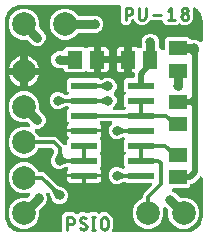
<source format=gbr>
G04 EAGLE Gerber RS-274X export*
G75*
%MOMM*%
%FSLAX34Y34*%
%LPD*%
%INTop Copper*%
%IPPOS*%
%AMOC8*
5,1,8,0,0,1.08239X$1,22.5*%
G01*
%ADD10C,0.228600*%
%ADD11R,1.300000X1.500000*%
%ADD12C,2.000000*%
%ADD13R,1.500000X1.300000*%
%ADD14R,2.286000X0.609600*%
%ADD15C,0.304800*%
%ADD16C,0.800000*%
%ADD17C,0.800000*%
%ADD18C,0.508000*%

G36*
X51019Y3814D02*
X51019Y3814D01*
X51045Y3812D01*
X51191Y3834D01*
X51339Y3851D01*
X51363Y3859D01*
X51389Y3863D01*
X51527Y3918D01*
X51667Y3968D01*
X51689Y3982D01*
X51713Y3992D01*
X51835Y4077D01*
X51960Y4157D01*
X51978Y4176D01*
X51999Y4191D01*
X52098Y4301D01*
X52202Y4408D01*
X52215Y4430D01*
X52233Y4450D01*
X52304Y4580D01*
X52381Y4707D01*
X52389Y4732D01*
X52401Y4755D01*
X52442Y4898D01*
X52487Y5039D01*
X52489Y5065D01*
X52496Y5090D01*
X52516Y5334D01*
X52516Y18293D01*
X54971Y20749D01*
X61498Y20749D01*
X63968Y19323D01*
X64106Y19263D01*
X64243Y19199D01*
X64266Y19194D01*
X64288Y19184D01*
X64436Y19158D01*
X64584Y19126D01*
X64607Y19126D01*
X64630Y19122D01*
X64781Y19130D01*
X64932Y19133D01*
X64955Y19138D01*
X64979Y19139D01*
X65124Y19181D01*
X65270Y19218D01*
X65296Y19230D01*
X65314Y19235D01*
X65354Y19258D01*
X65491Y19323D01*
X67803Y20658D01*
X67865Y20704D01*
X67933Y20742D01*
X67941Y20749D01*
X71447Y20749D01*
X71542Y20684D01*
X71635Y20610D01*
X71685Y20586D01*
X71732Y20555D01*
X71936Y20468D01*
X71950Y20462D01*
X71953Y20461D01*
X71957Y20459D01*
X73776Y19853D01*
X73798Y19848D01*
X73818Y19839D01*
X73968Y19812D01*
X74117Y19781D01*
X74139Y19782D01*
X74161Y19778D01*
X74313Y19786D01*
X74465Y19789D01*
X74487Y19794D01*
X74509Y19796D01*
X74655Y19838D01*
X74803Y19876D01*
X74823Y19886D01*
X74844Y19892D01*
X74977Y19966D01*
X75112Y20037D01*
X75129Y20051D01*
X75148Y20062D01*
X75335Y20221D01*
X75863Y20749D01*
X81649Y20749D01*
X82416Y19982D01*
X82417Y19981D01*
X82418Y19980D01*
X82555Y19872D01*
X82689Y19766D01*
X82690Y19765D01*
X82691Y19764D01*
X82848Y19691D01*
X83004Y19617D01*
X83005Y19616D01*
X83007Y19616D01*
X83180Y19579D01*
X83345Y19543D01*
X83346Y19543D01*
X83347Y19543D01*
X83530Y19546D01*
X83693Y19549D01*
X83694Y19550D01*
X83696Y19550D01*
X83869Y19593D01*
X84031Y19634D01*
X84032Y19635D01*
X84034Y19635D01*
X84255Y19740D01*
X86002Y20749D01*
X89798Y20749D01*
X93086Y18850D01*
X94984Y15562D01*
X94984Y7138D01*
X94383Y6096D01*
X94353Y6026D01*
X94314Y5961D01*
X94284Y5867D01*
X94244Y5776D01*
X94231Y5701D01*
X94208Y5629D01*
X94200Y5530D01*
X94182Y5433D01*
X94186Y5357D01*
X94180Y5282D01*
X94194Y5184D01*
X94199Y5085D01*
X94220Y5012D01*
X94231Y4937D01*
X94268Y4845D01*
X94295Y4750D01*
X94332Y4684D01*
X94360Y4613D01*
X94417Y4532D01*
X94465Y4445D01*
X94516Y4389D01*
X94559Y4327D01*
X94633Y4261D01*
X94699Y4187D01*
X94762Y4144D01*
X94818Y4094D01*
X94905Y4046D01*
X94986Y3989D01*
X95057Y3962D01*
X95123Y3925D01*
X95218Y3898D01*
X95310Y3862D01*
X95385Y3851D01*
X95458Y3830D01*
X95609Y3818D01*
X95655Y3811D01*
X95674Y3813D01*
X95702Y3811D01*
X157929Y3811D01*
X157971Y3816D01*
X158048Y3815D01*
X159885Y3960D01*
X159941Y3971D01*
X159998Y3973D01*
X160208Y4023D01*
X160227Y4027D01*
X160230Y4028D01*
X160236Y4030D01*
X163728Y5165D01*
X163834Y5213D01*
X163944Y5253D01*
X164008Y5292D01*
X164045Y5309D01*
X164080Y5337D01*
X164153Y5381D01*
X167124Y7539D01*
X167210Y7618D01*
X167301Y7691D01*
X167350Y7747D01*
X167380Y7775D01*
X167405Y7812D01*
X167461Y7876D01*
X169619Y10847D01*
X169677Y10949D01*
X169741Y11046D01*
X169770Y11115D01*
X169790Y11151D01*
X169803Y11194D01*
X169835Y11272D01*
X170970Y14764D01*
X170982Y14820D01*
X171001Y14874D01*
X171036Y15088D01*
X171039Y15106D01*
X171039Y15110D01*
X171040Y15115D01*
X171185Y16952D01*
X171183Y16994D01*
X171189Y17071D01*
X171189Y49608D01*
X171178Y49708D01*
X171176Y49808D01*
X171158Y49880D01*
X171149Y49954D01*
X171116Y50049D01*
X171091Y50146D01*
X171057Y50212D01*
X171032Y50282D01*
X170977Y50367D01*
X170931Y50456D01*
X170883Y50513D01*
X170843Y50575D01*
X170771Y50645D01*
X170706Y50722D01*
X170646Y50766D01*
X170592Y50817D01*
X170506Y50869D01*
X170425Y50929D01*
X170357Y50958D01*
X170293Y50996D01*
X170198Y51027D01*
X170105Y51067D01*
X170032Y51080D01*
X169961Y51103D01*
X169861Y51111D01*
X169762Y51128D01*
X169688Y51125D01*
X169614Y51131D01*
X169515Y51116D01*
X169414Y51110D01*
X169343Y51090D01*
X169269Y51079D01*
X169176Y51042D01*
X169079Y51014D01*
X169014Y50978D01*
X168945Y50950D01*
X168863Y50893D01*
X168775Y50844D01*
X168699Y50779D01*
X168659Y50751D01*
X168635Y50725D01*
X168589Y50685D01*
X167951Y50048D01*
X163666Y45762D01*
X161489Y44860D01*
X161422Y44823D01*
X161351Y44795D01*
X161270Y44739D01*
X161184Y44691D01*
X161128Y44640D01*
X161065Y44596D01*
X160999Y44523D01*
X160926Y44457D01*
X160883Y44394D01*
X160832Y44337D01*
X160784Y44251D01*
X160728Y44170D01*
X160700Y44099D01*
X160663Y44032D01*
X160636Y43938D01*
X160600Y43846D01*
X160589Y43771D01*
X160568Y43697D01*
X160556Y43548D01*
X160549Y43501D01*
X160551Y43482D01*
X160549Y43453D01*
X160549Y42737D01*
X158763Y40951D01*
X146406Y40951D01*
X146356Y40946D01*
X146306Y40948D01*
X146184Y40926D01*
X146060Y40911D01*
X146012Y40894D01*
X145963Y40885D01*
X145849Y40836D01*
X145732Y40794D01*
X145690Y40767D01*
X145643Y40747D01*
X145543Y40672D01*
X145439Y40605D01*
X145404Y40569D01*
X145364Y40539D01*
X145283Y40444D01*
X145197Y40354D01*
X145171Y40311D01*
X145138Y40273D01*
X145082Y40162D01*
X145018Y40055D01*
X145003Y40007D01*
X144980Y39962D01*
X144950Y39842D01*
X144912Y39723D01*
X144908Y39673D01*
X144896Y39624D01*
X144894Y39500D01*
X144884Y39376D01*
X144891Y39326D01*
X144891Y39276D01*
X144917Y39154D01*
X144935Y39031D01*
X144954Y38984D01*
X144965Y38935D01*
X145018Y38823D01*
X145064Y38707D01*
X145093Y38666D01*
X145115Y38620D01*
X145192Y38523D01*
X145263Y38421D01*
X145300Y38387D01*
X145332Y38348D01*
X145430Y38271D01*
X145522Y38188D01*
X145566Y38163D01*
X145606Y38132D01*
X145823Y38021D01*
X147743Y37226D01*
X149940Y35029D01*
X151473Y33495D01*
X151573Y33416D01*
X151666Y33332D01*
X151709Y33308D01*
X151747Y33278D01*
X151861Y33224D01*
X151971Y33163D01*
X152018Y33150D01*
X152062Y33129D01*
X152185Y33103D01*
X152307Y33068D01*
X152368Y33063D01*
X152402Y33056D01*
X152450Y33057D01*
X152551Y33049D01*
X157596Y33049D01*
X162392Y31062D01*
X166062Y27392D01*
X168049Y22596D01*
X168049Y17404D01*
X166062Y12608D01*
X162392Y8938D01*
X157596Y6951D01*
X152404Y6951D01*
X147608Y8938D01*
X143938Y12608D01*
X141951Y17404D01*
X141951Y22449D01*
X141937Y22575D01*
X141930Y22701D01*
X141917Y22748D01*
X141911Y22796D01*
X141869Y22915D01*
X141834Y23036D01*
X141810Y23078D01*
X141794Y23124D01*
X141725Y23230D01*
X141664Y23340D01*
X141624Y23387D01*
X141605Y23417D01*
X141570Y23450D01*
X141505Y23526D01*
X140361Y24670D01*
X140322Y24702D01*
X140288Y24739D01*
X140186Y24810D01*
X140088Y24887D01*
X140043Y24908D01*
X140001Y24937D01*
X139886Y24983D01*
X139773Y25036D01*
X139724Y25046D01*
X139677Y25065D01*
X139554Y25083D01*
X139433Y25109D01*
X139382Y25108D01*
X139332Y25116D01*
X139208Y25105D01*
X139084Y25103D01*
X139035Y25091D01*
X138985Y25087D01*
X138867Y25048D01*
X138746Y25018D01*
X138701Y24995D01*
X138653Y24980D01*
X138547Y24916D01*
X138436Y24859D01*
X138398Y24826D01*
X138355Y24800D01*
X138266Y24713D01*
X138171Y24633D01*
X138141Y24592D01*
X138105Y24557D01*
X138038Y24452D01*
X137964Y24352D01*
X137944Y24306D01*
X137917Y24264D01*
X137875Y24147D01*
X137826Y24032D01*
X137817Y23983D01*
X137800Y23935D01*
X137786Y23812D01*
X137764Y23689D01*
X137767Y23639D01*
X137761Y23589D01*
X137776Y23466D01*
X137782Y23341D01*
X137796Y23293D01*
X137802Y23243D01*
X137877Y23010D01*
X138049Y22596D01*
X138049Y17404D01*
X136062Y12608D01*
X132392Y8938D01*
X127596Y6951D01*
X122404Y6951D01*
X117608Y8938D01*
X113938Y12608D01*
X111951Y17404D01*
X111951Y22596D01*
X113938Y27392D01*
X117608Y31062D01*
X119487Y31840D01*
X119554Y31877D01*
X119625Y31906D01*
X119706Y31962D01*
X119792Y32010D01*
X119848Y32061D01*
X119911Y32105D01*
X119977Y32178D01*
X120050Y32244D01*
X120093Y32307D01*
X120144Y32363D01*
X120192Y32449D01*
X120248Y32530D01*
X120276Y32601D01*
X120313Y32668D01*
X120340Y32763D01*
X120376Y32855D01*
X120387Y32930D01*
X120408Y33004D01*
X120420Y33153D01*
X120427Y33199D01*
X120425Y33218D01*
X120427Y33248D01*
X120427Y34660D01*
X121123Y36340D01*
X122624Y37841D01*
X127986Y43203D01*
X128048Y43281D01*
X128118Y43354D01*
X128157Y43418D01*
X128203Y43476D01*
X128246Y43567D01*
X128297Y43653D01*
X128320Y43724D01*
X128352Y43791D01*
X128373Y43889D01*
X128403Y43985D01*
X128409Y44059D01*
X128425Y44132D01*
X128423Y44232D01*
X128431Y44332D01*
X128420Y44406D01*
X128419Y44480D01*
X128395Y44577D01*
X128380Y44677D01*
X128352Y44746D01*
X128334Y44818D01*
X128288Y44908D01*
X128251Y45001D01*
X128209Y45062D01*
X128174Y45128D01*
X128109Y45205D01*
X128052Y45287D01*
X127997Y45337D01*
X127949Y45393D01*
X127868Y45453D01*
X127793Y45520D01*
X127728Y45556D01*
X127668Y45601D01*
X127576Y45640D01*
X127488Y45689D01*
X127417Y45709D01*
X127348Y45739D01*
X127250Y45756D01*
X127153Y45784D01*
X127053Y45792D01*
X127005Y45800D01*
X126970Y45798D01*
X126909Y45803D01*
X106437Y45803D01*
X105916Y46325D01*
X105836Y46388D01*
X105763Y46458D01*
X105700Y46496D01*
X105643Y46541D01*
X105551Y46585D01*
X105464Y46637D01*
X105394Y46659D01*
X105328Y46690D01*
X105229Y46712D01*
X105132Y46742D01*
X105059Y46748D01*
X104987Y46764D01*
X104886Y46762D01*
X104785Y46770D01*
X104712Y46759D01*
X104638Y46758D01*
X104540Y46733D01*
X104440Y46718D01*
X104347Y46684D01*
X104300Y46673D01*
X104268Y46656D01*
X104210Y46635D01*
X103080Y46123D01*
X102950Y46045D01*
X102817Y45971D01*
X102796Y45953D01*
X102781Y45944D01*
X102774Y45937D01*
X101578Y45442D01*
X101561Y45432D01*
X101532Y45422D01*
X100928Y45148D01*
X100765Y45074D01*
X100733Y45071D01*
X100707Y45062D01*
X100689Y45060D01*
X100646Y45042D01*
X100500Y44996D01*
X100152Y44851D01*
X97348Y44851D01*
X94757Y45924D01*
X92774Y47907D01*
X91701Y50498D01*
X91701Y53302D01*
X92774Y55893D01*
X94757Y57876D01*
X97348Y58949D01*
X100152Y58949D01*
X100500Y58804D01*
X100646Y58763D01*
X100769Y58724D01*
X101532Y58378D01*
X101550Y58372D01*
X101577Y58358D01*
X102797Y57853D01*
X102866Y57795D01*
X102890Y57782D01*
X102904Y57771D01*
X102946Y57751D01*
X103080Y57677D01*
X103105Y57665D01*
X103173Y57644D01*
X103219Y57622D01*
X103221Y57621D01*
X103244Y57610D01*
X103341Y57589D01*
X103437Y57559D01*
X103512Y57553D01*
X103585Y57537D01*
X103684Y57539D01*
X103784Y57531D01*
X103858Y57542D01*
X103933Y57543D01*
X104030Y57567D01*
X104129Y57582D01*
X104198Y57610D01*
X104271Y57628D01*
X104360Y57674D01*
X104453Y57710D01*
X104514Y57753D01*
X104581Y57788D01*
X104657Y57852D01*
X104739Y57909D01*
X104789Y57965D01*
X104847Y58013D01*
X104906Y58094D01*
X104973Y58168D01*
X105009Y58233D01*
X105054Y58294D01*
X105093Y58385D01*
X105141Y58472D01*
X105162Y58545D01*
X105192Y58614D01*
X105209Y58712D01*
X105237Y58808D01*
X105240Y58883D01*
X105253Y58957D01*
X105248Y59056D01*
X105253Y59156D01*
X105239Y59230D01*
X105235Y59305D01*
X105208Y59401D01*
X105190Y59499D01*
X105160Y59568D01*
X105139Y59640D01*
X105090Y59727D01*
X105050Y59818D01*
X105005Y59878D01*
X104969Y59944D01*
X104870Y60060D01*
X104842Y60097D01*
X104828Y60109D01*
X104810Y60130D01*
X104651Y60289D01*
X104651Y68911D01*
X105613Y69873D01*
X105630Y69893D01*
X105650Y69910D01*
X105738Y70030D01*
X105830Y70146D01*
X105841Y70170D01*
X105857Y70191D01*
X105916Y70327D01*
X105979Y70461D01*
X105984Y70487D01*
X105995Y70511D01*
X106021Y70657D01*
X106052Y70802D01*
X106052Y70828D01*
X106056Y70854D01*
X106049Y71002D01*
X106046Y71150D01*
X106040Y71176D01*
X106039Y71202D01*
X105997Y71344D01*
X105961Y71488D01*
X105949Y71511D01*
X105942Y71537D01*
X105869Y71666D01*
X105802Y71798D01*
X105785Y71818D01*
X105772Y71841D01*
X105613Y72027D01*
X104651Y72989D01*
X104651Y81611D01*
X104810Y81770D01*
X104857Y81829D01*
X104911Y81881D01*
X104965Y81965D01*
X105027Y82043D01*
X105059Y82111D01*
X105100Y82174D01*
X105133Y82268D01*
X105176Y82358D01*
X105192Y82431D01*
X105217Y82502D01*
X105228Y82601D01*
X105249Y82699D01*
X105248Y82774D01*
X105256Y82848D01*
X105245Y82948D01*
X105243Y83047D01*
X105225Y83120D01*
X105216Y83195D01*
X105182Y83288D01*
X105158Y83385D01*
X105124Y83452D01*
X105098Y83523D01*
X105044Y83606D01*
X104999Y83695D01*
X104950Y83752D01*
X104909Y83815D01*
X104837Y83884D01*
X104773Y83960D01*
X104712Y84005D01*
X104658Y84057D01*
X104573Y84108D01*
X104492Y84167D01*
X104423Y84197D01*
X104359Y84236D01*
X104264Y84266D01*
X104172Y84305D01*
X104098Y84319D01*
X104027Y84342D01*
X103928Y84349D01*
X103829Y84367D01*
X103754Y84363D01*
X103679Y84369D01*
X103581Y84354D01*
X103481Y84349D01*
X103409Y84328D01*
X103335Y84317D01*
X103191Y84265D01*
X103147Y84253D01*
X103131Y84244D01*
X103122Y84241D01*
X103117Y84239D01*
X103105Y84234D01*
X103080Y84223D01*
X102950Y84145D01*
X102817Y84071D01*
X102796Y84053D01*
X102781Y84044D01*
X102774Y84037D01*
X101578Y83542D01*
X101561Y83532D01*
X101532Y83522D01*
X100928Y83248D01*
X100765Y83174D01*
X100733Y83171D01*
X100707Y83162D01*
X100689Y83160D01*
X100646Y83143D01*
X100500Y83096D01*
X100152Y82951D01*
X97348Y82951D01*
X94757Y84024D01*
X92774Y86007D01*
X91701Y88598D01*
X91701Y91402D01*
X92774Y93993D01*
X94309Y95527D01*
X94371Y95606D01*
X94441Y95678D01*
X94479Y95742D01*
X94525Y95800D01*
X94568Y95891D01*
X94620Y95977D01*
X94642Y96048D01*
X94674Y96115D01*
X94695Y96213D01*
X94726Y96309D01*
X94732Y96383D01*
X94747Y96456D01*
X94746Y96556D01*
X94754Y96656D01*
X94743Y96730D01*
X94741Y96804D01*
X94717Y96901D01*
X94702Y97001D01*
X94675Y97070D01*
X94656Y97142D01*
X94610Y97231D01*
X94573Y97325D01*
X94531Y97386D01*
X94497Y97452D01*
X94432Y97528D01*
X94374Y97611D01*
X94319Y97661D01*
X94271Y97717D01*
X94190Y97777D01*
X94116Y97844D01*
X94051Y97880D01*
X93991Y97925D01*
X93898Y97964D01*
X93811Y98013D01*
X93739Y98033D01*
X93671Y98063D01*
X93572Y98080D01*
X93475Y98108D01*
X93375Y98116D01*
X93328Y98124D01*
X93292Y98122D01*
X93231Y98127D01*
X85718Y98127D01*
X85592Y98113D01*
X85466Y98106D01*
X85420Y98093D01*
X85372Y98087D01*
X85253Y98045D01*
X85131Y98010D01*
X85089Y97986D01*
X85043Y97970D01*
X84937Y97901D01*
X84827Y97840D01*
X84781Y97800D01*
X84751Y97781D01*
X84717Y97746D01*
X84641Y97681D01*
X84387Y97427D01*
X84370Y97407D01*
X84350Y97390D01*
X84262Y97270D01*
X84170Y97154D01*
X84159Y97130D01*
X84143Y97109D01*
X84085Y96973D01*
X84021Y96839D01*
X84016Y96813D01*
X84005Y96789D01*
X83979Y96643D01*
X83948Y96498D01*
X83948Y96472D01*
X83944Y96446D01*
X83951Y96298D01*
X83954Y96150D01*
X83960Y96124D01*
X83961Y96098D01*
X84002Y95956D01*
X84039Y95812D01*
X84051Y95789D01*
X84058Y95763D01*
X84130Y95634D01*
X84198Y95502D01*
X84215Y95482D01*
X84228Y95459D01*
X84387Y95273D01*
X84740Y94920D01*
X85141Y94225D01*
X85349Y93449D01*
X85349Y91523D01*
X70870Y91523D01*
X56391Y91523D01*
X56391Y93449D01*
X56599Y94225D01*
X57000Y94920D01*
X57353Y95273D01*
X57370Y95293D01*
X57390Y95310D01*
X57478Y95430D01*
X57570Y95546D01*
X57581Y95570D01*
X57597Y95591D01*
X57656Y95727D01*
X57719Y95861D01*
X57724Y95887D01*
X57735Y95911D01*
X57761Y96057D01*
X57792Y96202D01*
X57792Y96228D01*
X57796Y96254D01*
X57789Y96402D01*
X57786Y96550D01*
X57780Y96576D01*
X57779Y96602D01*
X57737Y96744D01*
X57701Y96888D01*
X57689Y96911D01*
X57682Y96937D01*
X57610Y97066D01*
X57542Y97198D01*
X57525Y97218D01*
X57512Y97241D01*
X57353Y97427D01*
X56391Y98389D01*
X56391Y107011D01*
X57353Y107973D01*
X57370Y107993D01*
X57390Y108010D01*
X57478Y108130D01*
X57570Y108246D01*
X57581Y108270D01*
X57597Y108291D01*
X57656Y108427D01*
X57719Y108561D01*
X57724Y108587D01*
X57735Y108611D01*
X57761Y108757D01*
X57792Y108902D01*
X57792Y108928D01*
X57796Y108954D01*
X57789Y109102D01*
X57786Y109250D01*
X57780Y109276D01*
X57779Y109302D01*
X57738Y109444D01*
X57701Y109588D01*
X57689Y109612D01*
X57682Y109637D01*
X57610Y109766D01*
X57542Y109898D01*
X57525Y109918D01*
X57512Y109941D01*
X57353Y110127D01*
X57113Y110367D01*
X57034Y110430D01*
X56961Y110500D01*
X56898Y110538D01*
X56840Y110584D01*
X56749Y110627D01*
X56662Y110679D01*
X56592Y110701D01*
X56525Y110733D01*
X56426Y110754D01*
X56330Y110785D01*
X56256Y110791D01*
X56184Y110806D01*
X56083Y110804D01*
X55982Y110813D01*
X55909Y110801D01*
X55836Y110800D01*
X55738Y110776D01*
X55638Y110760D01*
X55544Y110727D01*
X55498Y110715D01*
X55466Y110699D01*
X55407Y110678D01*
X53080Y109623D01*
X52949Y109545D01*
X52817Y109471D01*
X52796Y109453D01*
X52781Y109444D01*
X52774Y109437D01*
X51578Y108942D01*
X51561Y108932D01*
X51532Y108922D01*
X50928Y108648D01*
X50765Y108574D01*
X50733Y108571D01*
X50707Y108562D01*
X50689Y108560D01*
X50646Y108542D01*
X50500Y108496D01*
X50152Y108351D01*
X47348Y108351D01*
X44757Y109424D01*
X42774Y111407D01*
X41701Y113998D01*
X41701Y116802D01*
X42774Y119393D01*
X44757Y121376D01*
X47348Y122449D01*
X50152Y122449D01*
X50500Y122304D01*
X50646Y122263D01*
X50769Y122224D01*
X51532Y121878D01*
X51551Y121872D01*
X51577Y121858D01*
X52797Y121353D01*
X52866Y121295D01*
X52890Y121282D01*
X52904Y121271D01*
X52946Y121251D01*
X53080Y121177D01*
X55407Y120122D01*
X55504Y120091D01*
X55597Y120051D01*
X55669Y120038D01*
X55739Y120016D01*
X55840Y120007D01*
X55940Y119990D01*
X56013Y119993D01*
X56087Y119987D01*
X56187Y120002D01*
X56288Y120007D01*
X56359Y120028D01*
X56431Y120039D01*
X56525Y120076D01*
X56623Y120104D01*
X56687Y120140D01*
X56755Y120167D01*
X56839Y120225D01*
X56927Y120274D01*
X57002Y120338D01*
X57042Y120366D01*
X57066Y120393D01*
X57113Y120433D01*
X57353Y120673D01*
X57370Y120693D01*
X57390Y120710D01*
X57478Y120830D01*
X57570Y120946D01*
X57581Y120970D01*
X57597Y120991D01*
X57655Y121127D01*
X57719Y121261D01*
X57724Y121287D01*
X57735Y121311D01*
X57761Y121457D01*
X57792Y121602D01*
X57792Y121628D01*
X57796Y121654D01*
X57789Y121802D01*
X57786Y121950D01*
X57780Y121976D01*
X57779Y122002D01*
X57737Y122144D01*
X57701Y122288D01*
X57689Y122312D01*
X57682Y122337D01*
X57609Y122466D01*
X57542Y122598D01*
X57525Y122618D01*
X57512Y122641D01*
X57353Y122827D01*
X56391Y123789D01*
X56391Y132411D01*
X58177Y134197D01*
X83563Y134197D01*
X84278Y133481D01*
X84298Y133466D01*
X84314Y133447D01*
X84434Y133358D01*
X84551Y133265D01*
X84574Y133254D01*
X84594Y133239D01*
X84731Y133180D01*
X84866Y133116D01*
X84891Y133111D01*
X84914Y133101D01*
X85061Y133074D01*
X85207Y133043D01*
X85232Y133043D01*
X85257Y133038D01*
X85406Y133046D01*
X85555Y133048D01*
X85580Y133055D01*
X85605Y133056D01*
X85842Y133115D01*
X88724Y134087D01*
X88758Y134103D01*
X88820Y134123D01*
X89848Y134549D01*
X92652Y134549D01*
X95243Y133476D01*
X97226Y131493D01*
X98299Y128902D01*
X98299Y126098D01*
X97226Y123507D01*
X96246Y122527D01*
X96229Y122507D01*
X96209Y122490D01*
X96121Y122370D01*
X96029Y122254D01*
X96018Y122230D01*
X96002Y122209D01*
X95943Y122073D01*
X95880Y121939D01*
X95874Y121913D01*
X95864Y121889D01*
X95838Y121743D01*
X95807Y121598D01*
X95807Y121572D01*
X95802Y121546D01*
X95810Y121398D01*
X95813Y121250D01*
X95819Y121224D01*
X95820Y121198D01*
X95861Y121056D01*
X95898Y120912D01*
X95910Y120889D01*
X95917Y120863D01*
X95989Y120734D01*
X96057Y120602D01*
X96074Y120582D01*
X96087Y120559D01*
X96246Y120373D01*
X97226Y119393D01*
X98299Y116802D01*
X98299Y113998D01*
X97226Y111407D01*
X95691Y109873D01*
X95629Y109794D01*
X95559Y109722D01*
X95521Y109658D01*
X95475Y109600D01*
X95432Y109509D01*
X95380Y109423D01*
X95358Y109352D01*
X95326Y109285D01*
X95305Y109187D01*
X95274Y109091D01*
X95268Y109017D01*
X95253Y108944D01*
X95254Y108844D01*
X95246Y108744D01*
X95257Y108670D01*
X95259Y108596D01*
X95283Y108499D01*
X95298Y108399D01*
X95325Y108330D01*
X95344Y108258D01*
X95390Y108169D01*
X95427Y108075D01*
X95469Y108014D01*
X95503Y107948D01*
X95568Y107872D01*
X95626Y107789D01*
X95681Y107739D01*
X95729Y107683D01*
X95810Y107623D01*
X95884Y107556D01*
X95949Y107520D01*
X96009Y107475D01*
X96102Y107436D01*
X96189Y107387D01*
X96261Y107367D01*
X96329Y107337D01*
X96428Y107320D01*
X96525Y107292D01*
X96625Y107284D01*
X96672Y107276D01*
X96708Y107278D01*
X96769Y107273D01*
X104282Y107273D01*
X104408Y107287D01*
X104534Y107294D01*
X104580Y107307D01*
X104628Y107313D01*
X104747Y107355D01*
X104869Y107390D01*
X104911Y107414D01*
X104957Y107430D01*
X105063Y107499D01*
X105173Y107560D01*
X105219Y107600D01*
X105249Y107619D01*
X105283Y107654D01*
X105359Y107719D01*
X105613Y107973D01*
X105630Y107993D01*
X105650Y108010D01*
X105738Y108130D01*
X105830Y108246D01*
X105841Y108270D01*
X105857Y108291D01*
X105916Y108427D01*
X105979Y108561D01*
X105984Y108587D01*
X105995Y108611D01*
X106021Y108757D01*
X106052Y108902D01*
X106052Y108928D01*
X106056Y108954D01*
X106049Y109102D01*
X106046Y109250D01*
X106040Y109276D01*
X106039Y109302D01*
X105998Y109444D01*
X105961Y109588D01*
X105949Y109611D01*
X105942Y109637D01*
X105870Y109766D01*
X105802Y109898D01*
X105785Y109918D01*
X105772Y109941D01*
X105613Y110127D01*
X104651Y111089D01*
X104651Y119711D01*
X105613Y120673D01*
X105630Y120693D01*
X105650Y120710D01*
X105738Y120830D01*
X105830Y120946D01*
X105841Y120970D01*
X105857Y120991D01*
X105916Y121127D01*
X105979Y121261D01*
X105984Y121287D01*
X105995Y121311D01*
X106021Y121457D01*
X106052Y121602D01*
X106052Y121628D01*
X106056Y121654D01*
X106049Y121802D01*
X106046Y121950D01*
X106040Y121976D01*
X106039Y122002D01*
X105997Y122144D01*
X105961Y122288D01*
X105949Y122311D01*
X105942Y122337D01*
X105869Y122466D01*
X105802Y122598D01*
X105785Y122618D01*
X105772Y122641D01*
X105613Y122827D01*
X104651Y123789D01*
X104651Y132411D01*
X106437Y134197D01*
X112018Y134197D01*
X112044Y134200D01*
X112070Y134198D01*
X112217Y134220D01*
X112364Y134237D01*
X112389Y134245D01*
X112415Y134249D01*
X112553Y134304D01*
X112692Y134354D01*
X112714Y134368D01*
X112739Y134378D01*
X112860Y134463D01*
X112985Y134543D01*
X113003Y134562D01*
X113025Y134577D01*
X113124Y134687D01*
X113227Y134794D01*
X113241Y134816D01*
X113258Y134836D01*
X113330Y134966D01*
X113406Y135093D01*
X113414Y135118D01*
X113427Y135141D01*
X113467Y135284D01*
X113512Y135425D01*
X113514Y135451D01*
X113522Y135476D01*
X113541Y135720D01*
X113541Y137928D01*
X113538Y137954D01*
X113540Y137980D01*
X113518Y138127D01*
X113501Y138274D01*
X113493Y138299D01*
X113489Y138325D01*
X113434Y138463D01*
X113384Y138602D01*
X113370Y138624D01*
X113360Y138649D01*
X113275Y138770D01*
X113195Y138895D01*
X113176Y138913D01*
X113161Y138935D01*
X113051Y139034D01*
X112944Y139137D01*
X112922Y139151D01*
X112902Y139168D01*
X112772Y139240D01*
X112645Y139316D01*
X112620Y139324D01*
X112597Y139337D01*
X112454Y139377D01*
X112313Y139422D01*
X112287Y139424D01*
X112262Y139432D01*
X112018Y139451D01*
X111047Y139451D01*
X111047Y148476D01*
X111044Y148502D01*
X111046Y148528D01*
X111024Y148675D01*
X111007Y148822D01*
X110998Y148847D01*
X110995Y148873D01*
X110940Y149011D01*
X110890Y149150D01*
X110876Y149172D01*
X110866Y149197D01*
X110781Y149318D01*
X110701Y149443D01*
X110682Y149461D01*
X110667Y149483D01*
X110557Y149582D01*
X110450Y149685D01*
X110428Y149699D01*
X110408Y149716D01*
X110278Y149788D01*
X110151Y149864D01*
X110126Y149872D01*
X110103Y149885D01*
X109960Y149925D01*
X109819Y149970D01*
X109793Y149972D01*
X109768Y149980D01*
X109524Y149999D01*
X107999Y149999D01*
X107999Y150001D01*
X109524Y150001D01*
X109550Y150004D01*
X109576Y150002D01*
X109723Y150024D01*
X109870Y150041D01*
X109895Y150050D01*
X109921Y150053D01*
X110059Y150108D01*
X110198Y150158D01*
X110220Y150172D01*
X110245Y150182D01*
X110366Y150267D01*
X110491Y150347D01*
X110509Y150366D01*
X110531Y150381D01*
X110630Y150491D01*
X110733Y150598D01*
X110747Y150620D01*
X110764Y150640D01*
X110836Y150770D01*
X110912Y150897D01*
X110920Y150922D01*
X110933Y150945D01*
X110973Y151088D01*
X111018Y151229D01*
X111020Y151255D01*
X111028Y151280D01*
X111047Y151524D01*
X111047Y160549D01*
X114901Y160549D01*
X115677Y160341D01*
X116372Y159940D01*
X116423Y159889D01*
X116443Y159872D01*
X116460Y159852D01*
X116580Y159764D01*
X116696Y159672D01*
X116720Y159661D01*
X116741Y159645D01*
X116877Y159586D01*
X117011Y159523D01*
X117037Y159518D01*
X117061Y159507D01*
X117207Y159481D01*
X117352Y159450D01*
X117378Y159450D01*
X117404Y159446D01*
X117552Y159453D01*
X117700Y159456D01*
X117726Y159462D01*
X117752Y159463D01*
X117894Y159505D01*
X118038Y159541D01*
X118061Y159553D01*
X118087Y159560D01*
X118216Y159633D01*
X118348Y159700D01*
X118368Y159717D01*
X118391Y159730D01*
X118577Y159889D01*
X119505Y160817D01*
X119584Y160916D01*
X119668Y161010D01*
X119692Y161052D01*
X119722Y161090D01*
X119776Y161204D01*
X119837Y161315D01*
X119850Y161361D01*
X119871Y161405D01*
X119897Y161528D01*
X119932Y161650D01*
X119937Y161711D01*
X119944Y161746D01*
X119943Y161794D01*
X119951Y161894D01*
X119951Y166402D01*
X121024Y168993D01*
X123007Y170976D01*
X125598Y172049D01*
X128402Y172049D01*
X130993Y170976D01*
X132976Y168993D01*
X134049Y166402D01*
X134049Y161894D01*
X134063Y161768D01*
X134070Y161642D01*
X134083Y161596D01*
X134089Y161548D01*
X134131Y161429D01*
X134166Y161307D01*
X134190Y161265D01*
X134206Y161219D01*
X134275Y161113D01*
X134336Y161003D01*
X134376Y160957D01*
X134395Y160927D01*
X134430Y160893D01*
X134495Y160817D01*
X136851Y158461D01*
X136929Y158398D01*
X137002Y158328D01*
X137066Y158290D01*
X137124Y158244D01*
X137215Y158201D01*
X137301Y158150D01*
X137372Y158127D01*
X137439Y158095D01*
X137537Y158074D01*
X137633Y158043D01*
X137707Y158037D01*
X137780Y158022D01*
X137880Y158023D01*
X137980Y158015D01*
X138054Y158026D01*
X138128Y158028D01*
X138225Y158052D01*
X138325Y158067D01*
X138394Y158095D01*
X138466Y158113D01*
X138555Y158159D01*
X138649Y158196D01*
X138710Y158238D01*
X138776Y158272D01*
X138852Y158337D01*
X138935Y158395D01*
X138985Y158450D01*
X139041Y158498D01*
X139101Y158579D01*
X139168Y158654D01*
X139204Y158719D01*
X139249Y158778D01*
X139288Y158871D01*
X139337Y158959D01*
X139357Y159030D01*
X139387Y159098D01*
X139404Y159197D01*
X139432Y159294D01*
X139440Y159394D01*
X139448Y159441D01*
X139446Y159477D01*
X139451Y159538D01*
X139451Y167263D01*
X141237Y169049D01*
X158763Y169049D01*
X160317Y167495D01*
X160416Y167416D01*
X160510Y167332D01*
X160552Y167308D01*
X160590Y167278D01*
X160704Y167224D01*
X160815Y167163D01*
X160861Y167150D01*
X160905Y167129D01*
X161028Y167103D01*
X161150Y167068D01*
X161211Y167063D01*
X161245Y167056D01*
X161293Y167057D01*
X161394Y167049D01*
X165152Y167049D01*
X167743Y165976D01*
X168589Y165129D01*
X168668Y165067D01*
X168740Y164997D01*
X168804Y164959D01*
X168862Y164913D01*
X168953Y164870D01*
X169039Y164818D01*
X169110Y164796D01*
X169177Y164764D01*
X169275Y164743D01*
X169371Y164712D01*
X169445Y164706D01*
X169518Y164691D01*
X169618Y164692D01*
X169718Y164684D01*
X169792Y164695D01*
X169866Y164697D01*
X169963Y164721D01*
X170063Y164736D01*
X170132Y164763D01*
X170204Y164782D01*
X170293Y164828D01*
X170387Y164865D01*
X170448Y164907D01*
X170514Y164941D01*
X170590Y165006D01*
X170673Y165064D01*
X170723Y165119D01*
X170779Y165167D01*
X170839Y165248D01*
X170906Y165322D01*
X170942Y165387D01*
X170987Y165447D01*
X171026Y165539D01*
X171075Y165627D01*
X171095Y165699D01*
X171125Y165767D01*
X171142Y165866D01*
X171170Y165963D01*
X171178Y166063D01*
X171186Y166110D01*
X171184Y166146D01*
X171189Y166207D01*
X171189Y182929D01*
X171184Y182971D01*
X171185Y183048D01*
X171040Y184885D01*
X171029Y184941D01*
X171027Y184998D01*
X170977Y185208D01*
X170973Y185227D01*
X170972Y185230D01*
X170970Y185236D01*
X169835Y188728D01*
X169787Y188834D01*
X169747Y188944D01*
X169708Y189008D01*
X169691Y189045D01*
X169663Y189080D01*
X169619Y189153D01*
X167461Y192124D01*
X167420Y192168D01*
X167413Y192177D01*
X167402Y192188D01*
X167382Y192210D01*
X167309Y192301D01*
X167253Y192350D01*
X167225Y192380D01*
X167188Y192405D01*
X167124Y192461D01*
X165099Y193931D01*
X165097Y193933D01*
X165096Y193934D01*
X165048Y193960D01*
X164965Y194007D01*
X164831Y194087D01*
X164813Y194093D01*
X164796Y194103D01*
X164646Y194146D01*
X164499Y194193D01*
X164480Y194195D01*
X164461Y194200D01*
X164322Y194208D01*
X164211Y194217D01*
X164206Y194217D01*
X164152Y194221D01*
X164133Y194219D01*
X164113Y194220D01*
X163960Y194193D01*
X163807Y194170D01*
X163789Y194163D01*
X163770Y194159D01*
X163627Y194098D01*
X163535Y194061D01*
X163530Y194060D01*
X163529Y194059D01*
X163483Y194041D01*
X163468Y194030D01*
X163450Y194022D01*
X163324Y193930D01*
X163256Y193883D01*
X163237Y193871D01*
X163234Y193868D01*
X163197Y193842D01*
X163184Y193828D01*
X163169Y193816D01*
X163067Y193698D01*
X163026Y193653D01*
X162995Y193620D01*
X162991Y193613D01*
X162964Y193583D01*
X162954Y193566D01*
X162942Y193552D01*
X162870Y193414D01*
X162854Y193384D01*
X162816Y193321D01*
X162812Y193308D01*
X162795Y193278D01*
X162790Y193260D01*
X162781Y193242D01*
X162743Y193093D01*
X162742Y193090D01*
X162710Y192989D01*
X162708Y192970D01*
X162700Y192943D01*
X162699Y192920D01*
X162695Y192905D01*
X162694Y192861D01*
X162681Y192699D01*
X162681Y189644D01*
X162684Y189619D01*
X162682Y189595D01*
X162693Y189521D01*
X162694Y189441D01*
X162712Y189370D01*
X162721Y189298D01*
X162730Y189271D01*
X162733Y189250D01*
X162759Y189185D01*
X162780Y189103D01*
X162822Y189015D01*
X162838Y188970D01*
X162856Y188943D01*
X162862Y188926D01*
X162868Y188918D01*
X162885Y188883D01*
X163259Y188234D01*
X163259Y184437D01*
X161361Y181149D01*
X158073Y179251D01*
X154277Y179251D01*
X152181Y180461D01*
X152179Y180462D01*
X152178Y180463D01*
X152015Y180533D01*
X151861Y180600D01*
X151860Y180600D01*
X151858Y180601D01*
X151686Y180632D01*
X151518Y180662D01*
X151517Y180662D01*
X151515Y180662D01*
X151345Y180654D01*
X151170Y180645D01*
X151168Y180644D01*
X151167Y180644D01*
X151004Y180597D01*
X150835Y180549D01*
X150834Y180548D01*
X150832Y180548D01*
X150678Y180461D01*
X150530Y180379D01*
X150529Y180378D01*
X150528Y180378D01*
X150342Y180219D01*
X149374Y179251D01*
X140116Y179251D01*
X137660Y181707D01*
X137660Y181778D01*
X137657Y181804D01*
X137659Y181830D01*
X137637Y181977D01*
X137621Y182124D01*
X137612Y182149D01*
X137608Y182175D01*
X137553Y182313D01*
X137503Y182452D01*
X137489Y182474D01*
X137479Y182499D01*
X137395Y182620D01*
X137314Y182745D01*
X137295Y182763D01*
X137280Y182785D01*
X137170Y182884D01*
X137063Y182987D01*
X137041Y183001D01*
X137021Y183018D01*
X136891Y183090D01*
X136764Y183166D01*
X136739Y183174D01*
X136716Y183187D01*
X136573Y183227D01*
X136432Y183272D01*
X136406Y183274D01*
X136381Y183282D01*
X136137Y183301D01*
X127288Y183301D01*
X127138Y183284D01*
X126987Y183271D01*
X126965Y183264D01*
X126942Y183261D01*
X126799Y183210D01*
X126656Y183164D01*
X126636Y183152D01*
X126613Y183144D01*
X126486Y183062D01*
X126357Y182984D01*
X126340Y182968D01*
X126321Y182955D01*
X126216Y182846D01*
X126108Y182741D01*
X126091Y182717D01*
X126078Y182704D01*
X126054Y182664D01*
X125969Y182540D01*
X125166Y181150D01*
X121878Y179251D01*
X118082Y179251D01*
X114794Y181150D01*
X113356Y183641D01*
X113340Y183662D01*
X113329Y183685D01*
X113237Y183801D01*
X113148Y183920D01*
X113128Y183937D01*
X113112Y183958D01*
X112995Y184050D01*
X112882Y184146D01*
X112859Y184158D01*
X112838Y184174D01*
X112704Y184237D01*
X112572Y184305D01*
X112547Y184311D01*
X112523Y184322D01*
X112378Y184353D01*
X112234Y184389D01*
X112208Y184390D01*
X112182Y184395D01*
X112034Y184392D01*
X111885Y184395D01*
X111860Y184389D01*
X111834Y184389D01*
X111690Y184352D01*
X111545Y184321D01*
X111521Y184309D01*
X111496Y184303D01*
X111275Y184198D01*
X110886Y183973D01*
X110764Y183883D01*
X110640Y183797D01*
X110625Y183780D01*
X110606Y183766D01*
X110508Y183650D01*
X110407Y183538D01*
X110396Y183518D01*
X110380Y183500D01*
X110312Y183366D01*
X110239Y183233D01*
X110232Y183211D01*
X110221Y183190D01*
X110185Y183043D01*
X110144Y182898D01*
X110141Y182870D01*
X110137Y182852D01*
X110136Y182805D01*
X110124Y182654D01*
X110124Y181707D01*
X107669Y179251D01*
X104196Y179251D01*
X101741Y181707D01*
X101741Y194666D01*
X101738Y194692D01*
X101740Y194718D01*
X101718Y194865D01*
X101701Y195012D01*
X101692Y195037D01*
X101688Y195063D01*
X101633Y195201D01*
X101583Y195340D01*
X101569Y195362D01*
X101559Y195387D01*
X101475Y195508D01*
X101394Y195633D01*
X101375Y195651D01*
X101360Y195673D01*
X101251Y195772D01*
X101144Y195875D01*
X101121Y195889D01*
X101102Y195906D01*
X100972Y195978D01*
X100845Y196054D01*
X100820Y196062D01*
X100797Y196075D01*
X100654Y196115D01*
X100513Y196160D01*
X100486Y196162D01*
X100461Y196170D01*
X100217Y196189D01*
X17071Y196189D01*
X17029Y196184D01*
X16952Y196185D01*
X15115Y196040D01*
X15059Y196029D01*
X15002Y196027D01*
X14792Y195977D01*
X14773Y195973D01*
X14770Y195972D01*
X14764Y195970D01*
X11272Y194835D01*
X11166Y194787D01*
X11056Y194747D01*
X10992Y194708D01*
X10955Y194691D01*
X10920Y194663D01*
X10847Y194619D01*
X7876Y192461D01*
X7790Y192382D01*
X7699Y192309D01*
X7650Y192253D01*
X7620Y192225D01*
X7595Y192188D01*
X7539Y192124D01*
X5381Y189153D01*
X5323Y189051D01*
X5259Y188954D01*
X5230Y188885D01*
X5210Y188849D01*
X5197Y188806D01*
X5165Y188728D01*
X4030Y185236D01*
X4018Y185180D01*
X3999Y185126D01*
X3964Y184912D01*
X3961Y184894D01*
X3961Y184890D01*
X3960Y184885D01*
X3815Y183048D01*
X3817Y183006D01*
X3811Y182929D01*
X3811Y17071D01*
X3816Y17029D01*
X3815Y16952D01*
X3960Y15115D01*
X3971Y15059D01*
X3973Y15002D01*
X4023Y14792D01*
X4027Y14773D01*
X4028Y14770D01*
X4030Y14764D01*
X5165Y11272D01*
X5213Y11166D01*
X5253Y11056D01*
X5292Y10992D01*
X5309Y10955D01*
X5337Y10920D01*
X5381Y10847D01*
X7539Y7876D01*
X7618Y7790D01*
X7691Y7699D01*
X7747Y7650D01*
X7775Y7620D01*
X7812Y7595D01*
X7876Y7539D01*
X10847Y5381D01*
X10949Y5323D01*
X11046Y5259D01*
X11115Y5230D01*
X11151Y5210D01*
X11194Y5197D01*
X11272Y5165D01*
X14764Y4030D01*
X14820Y4018D01*
X14874Y3999D01*
X15088Y3964D01*
X15106Y3961D01*
X15110Y3961D01*
X15115Y3960D01*
X16952Y3815D01*
X16994Y3817D01*
X17071Y3811D01*
X50992Y3811D01*
X51019Y3814D01*
G37*
%LPC*%
G36*
X70870Y53423D02*
X70870Y53423D01*
X56391Y53423D01*
X56391Y55349D01*
X56599Y56125D01*
X57016Y56848D01*
X57057Y56887D01*
X57111Y56970D01*
X57173Y57048D01*
X57205Y57117D01*
X57246Y57180D01*
X57279Y57273D01*
X57322Y57364D01*
X57337Y57437D01*
X57363Y57508D01*
X57374Y57607D01*
X57395Y57704D01*
X57394Y57780D01*
X57402Y57854D01*
X57391Y57953D01*
X57389Y58053D01*
X57371Y58126D01*
X57362Y58201D01*
X57328Y58294D01*
X57304Y58391D01*
X57270Y58457D01*
X57244Y58529D01*
X57190Y58612D01*
X57145Y58701D01*
X57096Y58758D01*
X57055Y58821D01*
X56983Y58890D01*
X56919Y58966D01*
X56858Y59011D01*
X56804Y59063D01*
X56719Y59114D01*
X56639Y59173D01*
X56569Y59203D01*
X56505Y59242D01*
X56410Y59272D01*
X56319Y59311D01*
X56244Y59325D01*
X56173Y59347D01*
X56073Y59355D01*
X55976Y59373D01*
X55900Y59369D01*
X55825Y59375D01*
X55727Y59360D01*
X55627Y59355D01*
X55555Y59334D01*
X55481Y59323D01*
X55337Y59272D01*
X55293Y59259D01*
X55277Y59250D01*
X55250Y59240D01*
X54330Y58823D01*
X54200Y58745D01*
X54067Y58671D01*
X54046Y58653D01*
X54031Y58644D01*
X54024Y58637D01*
X52828Y58142D01*
X52811Y58132D01*
X52782Y58122D01*
X52178Y57848D01*
X52015Y57774D01*
X51983Y57771D01*
X51957Y57762D01*
X51939Y57760D01*
X51896Y57742D01*
X51750Y57696D01*
X51402Y57551D01*
X48598Y57551D01*
X46007Y58624D01*
X44024Y60607D01*
X42951Y63198D01*
X42951Y66002D01*
X43096Y66350D01*
X43137Y66496D01*
X43176Y66619D01*
X43248Y66778D01*
X43522Y67382D01*
X43528Y67401D01*
X43542Y67428D01*
X44047Y68647D01*
X44105Y68716D01*
X44118Y68740D01*
X44129Y68754D01*
X44149Y68796D01*
X44223Y68930D01*
X45292Y71288D01*
X45300Y71314D01*
X45313Y71337D01*
X45353Y71479D01*
X45398Y71620D01*
X45400Y71647D01*
X45408Y71673D01*
X45427Y71917D01*
X45427Y72475D01*
X45413Y72601D01*
X45406Y72727D01*
X45393Y72773D01*
X45387Y72821D01*
X45345Y72940D01*
X45310Y73062D01*
X45286Y73104D01*
X45270Y73149D01*
X45201Y73256D01*
X45140Y73366D01*
X45100Y73412D01*
X45081Y73442D01*
X45046Y73476D01*
X44981Y73552D01*
X43552Y74981D01*
X43453Y75060D01*
X43359Y75144D01*
X43317Y75168D01*
X43279Y75198D01*
X43165Y75252D01*
X43054Y75313D01*
X43008Y75326D01*
X42964Y75347D01*
X42841Y75373D01*
X42719Y75408D01*
X42658Y75413D01*
X42623Y75420D01*
X42575Y75419D01*
X42475Y75427D01*
X33248Y75427D01*
X33172Y75419D01*
X33095Y75420D01*
X32999Y75399D01*
X32901Y75387D01*
X32829Y75362D01*
X32755Y75345D01*
X32666Y75303D01*
X32573Y75270D01*
X32509Y75228D01*
X32440Y75196D01*
X32363Y75134D01*
X32280Y75081D01*
X32227Y75026D01*
X32168Y74978D01*
X32107Y74901D01*
X32038Y74830D01*
X31999Y74765D01*
X31952Y74705D01*
X31883Y74571D01*
X31859Y74531D01*
X31854Y74516D01*
X31850Y74507D01*
X31848Y74501D01*
X31840Y74487D01*
X31062Y72608D01*
X27392Y68938D01*
X22596Y66951D01*
X17404Y66951D01*
X12608Y68938D01*
X8938Y72608D01*
X6951Y77404D01*
X6951Y82596D01*
X8938Y87392D01*
X12608Y91062D01*
X17404Y93049D01*
X22596Y93049D01*
X23010Y92877D01*
X23059Y92863D01*
X23104Y92842D01*
X23226Y92815D01*
X23345Y92781D01*
X23396Y92779D01*
X23445Y92768D01*
X23569Y92770D01*
X23693Y92764D01*
X23743Y92773D01*
X23793Y92774D01*
X23914Y92805D01*
X24036Y92827D01*
X24082Y92847D01*
X24131Y92859D01*
X24242Y92916D01*
X24356Y92966D01*
X24396Y92996D01*
X24441Y93019D01*
X24536Y93099D01*
X24636Y93174D01*
X24668Y93212D01*
X24706Y93245D01*
X24780Y93345D01*
X24861Y93440D01*
X24884Y93484D01*
X24914Y93525D01*
X24963Y93639D01*
X25020Y93750D01*
X25032Y93799D01*
X25052Y93845D01*
X25074Y93967D01*
X25104Y94088D01*
X25104Y94138D01*
X25113Y94188D01*
X25107Y94312D01*
X25109Y94437D01*
X25098Y94486D01*
X25095Y94536D01*
X25061Y94655D01*
X25034Y94777D01*
X25013Y94823D01*
X24999Y94871D01*
X24938Y94980D01*
X24885Y95092D01*
X24853Y95131D01*
X24829Y95175D01*
X24670Y95361D01*
X23526Y96505D01*
X23427Y96584D01*
X23334Y96668D01*
X23291Y96692D01*
X23253Y96722D01*
X23139Y96776D01*
X23029Y96837D01*
X22982Y96850D01*
X22938Y96871D01*
X22815Y96897D01*
X22693Y96932D01*
X22632Y96937D01*
X22598Y96944D01*
X22550Y96943D01*
X22449Y96951D01*
X17404Y96951D01*
X12608Y98938D01*
X8938Y102608D01*
X6951Y107404D01*
X6951Y112596D01*
X8938Y117392D01*
X12608Y121062D01*
X17404Y123049D01*
X22596Y123049D01*
X27392Y121062D01*
X31062Y117392D01*
X33049Y112596D01*
X33049Y107551D01*
X33063Y107425D01*
X33070Y107299D01*
X33083Y107252D01*
X33089Y107204D01*
X33131Y107085D01*
X33166Y106964D01*
X33190Y106922D01*
X33206Y106876D01*
X33275Y106770D01*
X33336Y106660D01*
X33376Y106614D01*
X33395Y106584D01*
X33430Y106550D01*
X33495Y106474D01*
X37226Y102743D01*
X38299Y100152D01*
X38299Y97348D01*
X37226Y94757D01*
X35243Y92774D01*
X32652Y91701D01*
X30430Y91701D01*
X30330Y91690D01*
X30230Y91688D01*
X30158Y91670D01*
X30084Y91661D01*
X29989Y91628D01*
X29892Y91603D01*
X29826Y91569D01*
X29756Y91544D01*
X29671Y91489D01*
X29582Y91443D01*
X29525Y91395D01*
X29463Y91355D01*
X29393Y91283D01*
X29316Y91218D01*
X29272Y91158D01*
X29221Y91104D01*
X29169Y91018D01*
X29109Y90937D01*
X29080Y90869D01*
X29042Y90805D01*
X29011Y90709D01*
X28971Y90617D01*
X28958Y90544D01*
X28935Y90473D01*
X28927Y90373D01*
X28910Y90274D01*
X28913Y90200D01*
X28908Y90126D01*
X28922Y90026D01*
X28928Y89926D01*
X28948Y89855D01*
X28959Y89781D01*
X28996Y89688D01*
X29024Y89591D01*
X29060Y89526D01*
X29088Y89457D01*
X29145Y89375D01*
X29194Y89287D01*
X29259Y89211D01*
X29287Y89171D01*
X29313Y89147D01*
X29353Y89101D01*
X31062Y87392D01*
X31840Y85513D01*
X31877Y85446D01*
X31906Y85375D01*
X31962Y85295D01*
X32010Y85208D01*
X32061Y85152D01*
X32105Y85089D01*
X32178Y85023D01*
X32244Y84950D01*
X32307Y84907D01*
X32363Y84856D01*
X32449Y84808D01*
X32530Y84752D01*
X32602Y84724D01*
X32668Y84687D01*
X32763Y84660D01*
X32855Y84624D01*
X32930Y84613D01*
X33004Y84592D01*
X33153Y84580D01*
X33199Y84573D01*
X33219Y84575D01*
X33248Y84573D01*
X45910Y84573D01*
X47590Y83877D01*
X49091Y82376D01*
X53791Y77676D01*
X53869Y77614D01*
X53942Y77544D01*
X54006Y77505D01*
X54064Y77459D01*
X54155Y77416D01*
X54241Y77365D01*
X54312Y77342D01*
X54379Y77310D01*
X54477Y77289D01*
X54573Y77259D01*
X54647Y77253D01*
X54720Y77237D01*
X54820Y77239D01*
X54920Y77231D01*
X54994Y77242D01*
X55068Y77243D01*
X55165Y77267D01*
X55265Y77282D01*
X55334Y77310D01*
X55406Y77328D01*
X55496Y77374D01*
X55589Y77411D01*
X55650Y77453D01*
X55716Y77488D01*
X55793Y77553D01*
X55875Y77610D01*
X55925Y77665D01*
X55981Y77713D01*
X56041Y77794D01*
X56108Y77869D01*
X56144Y77934D01*
X56189Y77994D01*
X56228Y78086D01*
X56277Y78174D01*
X56297Y78245D01*
X56327Y78314D01*
X56344Y78412D01*
X56372Y78509D01*
X56380Y78609D01*
X56388Y78657D01*
X56386Y78692D01*
X56391Y78753D01*
X56391Y81611D01*
X57353Y82573D01*
X57370Y82593D01*
X57390Y82610D01*
X57478Y82730D01*
X57570Y82846D01*
X57581Y82870D01*
X57597Y82891D01*
X57656Y83027D01*
X57719Y83161D01*
X57724Y83187D01*
X57735Y83211D01*
X57761Y83357D01*
X57792Y83502D01*
X57792Y83528D01*
X57796Y83554D01*
X57789Y83702D01*
X57786Y83850D01*
X57780Y83876D01*
X57779Y83902D01*
X57737Y84044D01*
X57701Y84188D01*
X57689Y84212D01*
X57682Y84237D01*
X57610Y84366D01*
X57542Y84498D01*
X57525Y84518D01*
X57512Y84541D01*
X57353Y84727D01*
X57000Y85080D01*
X56599Y85775D01*
X56391Y86551D01*
X56391Y88477D01*
X70870Y88477D01*
X85349Y88477D01*
X85349Y86551D01*
X85141Y85775D01*
X84740Y85080D01*
X84387Y84727D01*
X84370Y84707D01*
X84350Y84690D01*
X84262Y84570D01*
X84170Y84454D01*
X84159Y84430D01*
X84143Y84409D01*
X84085Y84273D01*
X84021Y84139D01*
X84016Y84113D01*
X84005Y84089D01*
X83979Y83943D01*
X83948Y83798D01*
X83948Y83772D01*
X83944Y83746D01*
X83951Y83598D01*
X83954Y83450D01*
X83960Y83424D01*
X83961Y83398D01*
X84003Y83256D01*
X84039Y83112D01*
X84051Y83089D01*
X84058Y83063D01*
X84131Y82934D01*
X84198Y82802D01*
X84215Y82782D01*
X84228Y82759D01*
X84387Y82573D01*
X85349Y81611D01*
X85349Y72989D01*
X84387Y72027D01*
X84370Y72007D01*
X84350Y71990D01*
X84262Y71870D01*
X84170Y71754D01*
X84159Y71730D01*
X84143Y71709D01*
X84084Y71573D01*
X84021Y71439D01*
X84016Y71413D01*
X84005Y71389D01*
X83979Y71243D01*
X83948Y71098D01*
X83948Y71072D01*
X83944Y71046D01*
X83951Y70898D01*
X83954Y70750D01*
X83960Y70724D01*
X83961Y70698D01*
X84003Y70556D01*
X84039Y70412D01*
X84051Y70389D01*
X84058Y70363D01*
X84131Y70234D01*
X84198Y70102D01*
X84215Y70082D01*
X84228Y70059D01*
X84387Y69873D01*
X85349Y68911D01*
X85349Y60289D01*
X84387Y59327D01*
X84370Y59307D01*
X84350Y59290D01*
X84262Y59170D01*
X84170Y59054D01*
X84159Y59030D01*
X84143Y59009D01*
X84084Y58873D01*
X84021Y58739D01*
X84016Y58713D01*
X84005Y58689D01*
X83979Y58543D01*
X83948Y58398D01*
X83948Y58372D01*
X83944Y58346D01*
X83951Y58198D01*
X83954Y58050D01*
X83960Y58024D01*
X83961Y57998D01*
X84003Y57856D01*
X84039Y57712D01*
X84051Y57689D01*
X84058Y57663D01*
X84131Y57534D01*
X84198Y57402D01*
X84215Y57382D01*
X84228Y57359D01*
X84387Y57173D01*
X84740Y56820D01*
X85141Y56125D01*
X85349Y55349D01*
X85349Y53423D01*
X70870Y53423D01*
X70870Y53423D01*
G37*
%LPD*%
%LPC*%
G36*
X17404Y6951D02*
X17404Y6951D01*
X12608Y8938D01*
X8938Y12608D01*
X6951Y17404D01*
X6951Y22596D01*
X8938Y27392D01*
X12608Y31062D01*
X17404Y33049D01*
X22449Y33049D01*
X22575Y33063D01*
X22701Y33070D01*
X22748Y33083D01*
X22796Y33089D01*
X22914Y33131D01*
X23036Y33166D01*
X23078Y33190D01*
X23124Y33206D01*
X23230Y33275D01*
X23340Y33336D01*
X23387Y33376D01*
X23416Y33395D01*
X23450Y33430D01*
X23526Y33495D01*
X24670Y34639D01*
X24702Y34678D01*
X24739Y34712D01*
X24809Y34814D01*
X24887Y34912D01*
X24908Y34957D01*
X24937Y34999D01*
X24983Y35114D01*
X25036Y35227D01*
X25046Y35276D01*
X25065Y35323D01*
X25083Y35446D01*
X25109Y35567D01*
X25108Y35618D01*
X25116Y35668D01*
X25105Y35792D01*
X25103Y35916D01*
X25091Y35965D01*
X25087Y36015D01*
X25048Y36133D01*
X25018Y36254D01*
X24995Y36299D01*
X24980Y36347D01*
X24915Y36453D01*
X24859Y36564D01*
X24826Y36602D01*
X24800Y36645D01*
X24713Y36734D01*
X24633Y36829D01*
X24592Y36859D01*
X24557Y36895D01*
X24452Y36962D01*
X24352Y37036D01*
X24306Y37056D01*
X24264Y37083D01*
X24147Y37125D01*
X24032Y37174D01*
X23983Y37183D01*
X23935Y37200D01*
X23812Y37214D01*
X23689Y37236D01*
X23639Y37233D01*
X23589Y37239D01*
X23466Y37224D01*
X23341Y37218D01*
X23293Y37204D01*
X23243Y37198D01*
X23010Y37123D01*
X23007Y37122D01*
X23006Y37121D01*
X22596Y36951D01*
X17404Y36951D01*
X12608Y38938D01*
X8938Y42608D01*
X6951Y47404D01*
X6951Y52596D01*
X8938Y57392D01*
X12608Y61062D01*
X17404Y63049D01*
X22596Y63049D01*
X27392Y61062D01*
X31062Y57392D01*
X31840Y55513D01*
X31877Y55446D01*
X31906Y55375D01*
X31962Y55294D01*
X32010Y55208D01*
X32061Y55152D01*
X32105Y55089D01*
X32178Y55023D01*
X32244Y54950D01*
X32307Y54907D01*
X32363Y54856D01*
X32449Y54808D01*
X32530Y54752D01*
X32601Y54724D01*
X32668Y54687D01*
X32763Y54660D01*
X32855Y54624D01*
X32930Y54613D01*
X33004Y54592D01*
X33153Y54580D01*
X33199Y54573D01*
X33218Y54575D01*
X33248Y54573D01*
X35910Y54573D01*
X37590Y53877D01*
X48060Y43407D01*
X48081Y43390D01*
X48099Y43370D01*
X48218Y43282D01*
X48333Y43190D01*
X48357Y43179D01*
X48379Y43163D01*
X48600Y43058D01*
X51023Y42146D01*
X51170Y42110D01*
X51316Y42068D01*
X51344Y42066D01*
X51361Y42062D01*
X51371Y42062D01*
X52568Y41566D01*
X52587Y41560D01*
X52615Y41547D01*
X53001Y41402D01*
X53402Y41251D01*
X53427Y41231D01*
X53451Y41219D01*
X53466Y41208D01*
X53508Y41190D01*
X53644Y41120D01*
X53993Y40976D01*
X55976Y38993D01*
X57049Y36402D01*
X57049Y33598D01*
X55976Y31007D01*
X53993Y29024D01*
X51402Y27951D01*
X48598Y27951D01*
X46007Y29024D01*
X44024Y31007D01*
X43880Y31356D01*
X43806Y31488D01*
X43747Y31602D01*
X43452Y32387D01*
X43443Y32404D01*
X43434Y32433D01*
X42929Y33652D01*
X42921Y33742D01*
X42913Y33768D01*
X42911Y33786D01*
X42896Y33830D01*
X42854Y33977D01*
X41942Y36400D01*
X41929Y36424D01*
X41922Y36450D01*
X41850Y36578D01*
X41782Y36710D01*
X41765Y36730D01*
X41752Y36754D01*
X41593Y36940D01*
X41370Y37163D01*
X41330Y37195D01*
X41297Y37232D01*
X41194Y37303D01*
X41097Y37380D01*
X41051Y37401D01*
X41010Y37430D01*
X40894Y37476D01*
X40782Y37529D01*
X40733Y37539D01*
X40686Y37558D01*
X40563Y37576D01*
X40441Y37602D01*
X40391Y37601D01*
X40341Y37609D01*
X40217Y37598D01*
X40093Y37596D01*
X40044Y37584D01*
X39994Y37580D01*
X39875Y37542D01*
X39755Y37511D01*
X39710Y37488D01*
X39662Y37473D01*
X39556Y37409D01*
X39445Y37352D01*
X39406Y37319D01*
X39363Y37293D01*
X39274Y37206D01*
X39179Y37126D01*
X39150Y37085D01*
X39113Y37050D01*
X39046Y36946D01*
X38972Y36846D01*
X38952Y36799D01*
X38925Y36757D01*
X38883Y36640D01*
X38834Y36526D01*
X38825Y36476D01*
X38808Y36428D01*
X38795Y36305D01*
X38773Y36183D01*
X38775Y36132D01*
X38770Y36082D01*
X38784Y35958D01*
X38790Y35835D01*
X38804Y35786D01*
X38810Y35736D01*
X38885Y35503D01*
X39549Y33902D01*
X39549Y31098D01*
X38476Y28507D01*
X33495Y23526D01*
X33416Y23427D01*
X33332Y23334D01*
X33308Y23291D01*
X33278Y23253D01*
X33224Y23139D01*
X33163Y23029D01*
X33150Y22982D01*
X33129Y22938D01*
X33103Y22815D01*
X33068Y22693D01*
X33063Y22632D01*
X33056Y22598D01*
X33057Y22550D01*
X33049Y22449D01*
X33049Y17404D01*
X31062Y12608D01*
X27392Y8938D01*
X22596Y6951D01*
X17404Y6951D01*
G37*
%LPD*%
%LPC*%
G36*
X52404Y166951D02*
X52404Y166951D01*
X47608Y168938D01*
X43938Y172608D01*
X41951Y177404D01*
X41951Y182596D01*
X43938Y187392D01*
X47608Y191062D01*
X52404Y193049D01*
X57596Y193049D01*
X62392Y191062D01*
X65959Y187495D01*
X66058Y187416D01*
X66152Y187332D01*
X66194Y187308D01*
X66232Y187278D01*
X66346Y187224D01*
X66457Y187163D01*
X66503Y187150D01*
X66547Y187129D01*
X66670Y187103D01*
X66792Y187068D01*
X66853Y187063D01*
X66888Y187056D01*
X66936Y187057D01*
X67036Y187049D01*
X81402Y187049D01*
X83993Y185976D01*
X85976Y183993D01*
X87049Y181402D01*
X87049Y178598D01*
X85976Y176007D01*
X83993Y174024D01*
X81402Y172951D01*
X67036Y172951D01*
X66910Y172937D01*
X66784Y172930D01*
X66738Y172917D01*
X66690Y172911D01*
X66571Y172869D01*
X66449Y172834D01*
X66407Y172810D01*
X66362Y172794D01*
X66255Y172725D01*
X66145Y172664D01*
X66099Y172624D01*
X66069Y172605D01*
X66035Y172570D01*
X65959Y172505D01*
X62392Y168938D01*
X57596Y166951D01*
X52404Y166951D01*
G37*
%LPD*%
%LPC*%
G36*
X29848Y161701D02*
X29848Y161701D01*
X27257Y162774D01*
X23526Y166505D01*
X23427Y166584D01*
X23334Y166668D01*
X23291Y166692D01*
X23253Y166722D01*
X23139Y166776D01*
X23029Y166837D01*
X22982Y166850D01*
X22938Y166871D01*
X22815Y166897D01*
X22693Y166932D01*
X22632Y166937D01*
X22598Y166944D01*
X22550Y166943D01*
X22449Y166951D01*
X17404Y166951D01*
X12608Y168938D01*
X8938Y172608D01*
X6951Y177404D01*
X6951Y182596D01*
X8938Y187392D01*
X12608Y191062D01*
X17404Y193049D01*
X22596Y193049D01*
X27392Y191062D01*
X31062Y187392D01*
X33049Y182596D01*
X33049Y177551D01*
X33063Y177425D01*
X33070Y177299D01*
X33083Y177252D01*
X33089Y177204D01*
X33131Y177085D01*
X33166Y176964D01*
X33190Y176922D01*
X33206Y176876D01*
X33275Y176770D01*
X33336Y176660D01*
X33376Y176614D01*
X33395Y176584D01*
X33430Y176550D01*
X33495Y176474D01*
X37226Y172743D01*
X38299Y170152D01*
X38299Y167348D01*
X37226Y164757D01*
X35243Y162774D01*
X32652Y161701D01*
X29848Y161701D01*
G37*
%LPD*%
%LPC*%
G36*
X55237Y139451D02*
X55237Y139451D01*
X53451Y141237D01*
X53451Y141428D01*
X53448Y141454D01*
X53450Y141480D01*
X53428Y141627D01*
X53411Y141774D01*
X53403Y141799D01*
X53399Y141825D01*
X53344Y141963D01*
X53294Y142102D01*
X53280Y142124D01*
X53270Y142149D01*
X53185Y142270D01*
X53105Y142395D01*
X53086Y142413D01*
X53071Y142435D01*
X52961Y142534D01*
X52854Y142637D01*
X52832Y142651D01*
X52812Y142668D01*
X52682Y142740D01*
X52555Y142816D01*
X52530Y142824D01*
X52507Y142837D01*
X52364Y142877D01*
X52223Y142922D01*
X52197Y142924D01*
X52172Y142932D01*
X51928Y142951D01*
X48598Y142951D01*
X46007Y144024D01*
X44024Y146007D01*
X42951Y148598D01*
X42951Y151402D01*
X44024Y153993D01*
X46007Y155976D01*
X48598Y157049D01*
X51928Y157049D01*
X51954Y157052D01*
X51980Y157050D01*
X52127Y157072D01*
X52274Y157089D01*
X52299Y157097D01*
X52325Y157101D01*
X52463Y157156D01*
X52602Y157206D01*
X52624Y157220D01*
X52649Y157230D01*
X52770Y157315D01*
X52895Y157395D01*
X52913Y157414D01*
X52935Y157429D01*
X53034Y157539D01*
X53137Y157646D01*
X53151Y157668D01*
X53168Y157688D01*
X53240Y157818D01*
X53316Y157945D01*
X53324Y157970D01*
X53337Y157993D01*
X53377Y158136D01*
X53422Y158277D01*
X53424Y158303D01*
X53432Y158328D01*
X53451Y158572D01*
X53451Y158763D01*
X55237Y160549D01*
X70763Y160549D01*
X71423Y159889D01*
X71443Y159872D01*
X71460Y159852D01*
X71579Y159764D01*
X71696Y159672D01*
X71720Y159661D01*
X71741Y159645D01*
X71877Y159587D01*
X72011Y159523D01*
X72037Y159518D01*
X72061Y159507D01*
X72207Y159481D01*
X72352Y159450D01*
X72378Y159450D01*
X72404Y159446D01*
X72552Y159453D01*
X72700Y159456D01*
X72726Y159462D01*
X72752Y159463D01*
X72894Y159505D01*
X73038Y159541D01*
X73061Y159553D01*
X73087Y159560D01*
X73216Y159633D01*
X73348Y159700D01*
X73368Y159717D01*
X73391Y159730D01*
X73577Y159889D01*
X73628Y159940D01*
X74323Y160341D01*
X75099Y160549D01*
X78953Y160549D01*
X78953Y151524D01*
X78954Y151515D01*
X78954Y151514D01*
X78955Y151506D01*
X78956Y151498D01*
X78954Y151472D01*
X78976Y151325D01*
X78993Y151178D01*
X79001Y151153D01*
X79005Y151127D01*
X79060Y150989D01*
X79110Y150850D01*
X79124Y150828D01*
X79134Y150803D01*
X79219Y150682D01*
X79299Y150557D01*
X79318Y150539D01*
X79333Y150517D01*
X79443Y150418D01*
X79550Y150315D01*
X79572Y150301D01*
X79592Y150284D01*
X79722Y150212D01*
X79849Y150136D01*
X79874Y150128D01*
X79897Y150115D01*
X80040Y150075D01*
X80181Y150030D01*
X80207Y150028D01*
X80232Y150020D01*
X80476Y150001D01*
X82001Y150001D01*
X82001Y149999D01*
X80476Y149999D01*
X80450Y149996D01*
X80424Y149998D01*
X80277Y149976D01*
X80130Y149959D01*
X80105Y149950D01*
X80079Y149947D01*
X79941Y149892D01*
X79802Y149842D01*
X79780Y149828D01*
X79755Y149818D01*
X79634Y149733D01*
X79509Y149653D01*
X79491Y149634D01*
X79469Y149619D01*
X79370Y149509D01*
X79267Y149402D01*
X79253Y149380D01*
X79236Y149360D01*
X79164Y149230D01*
X79088Y149103D01*
X79080Y149078D01*
X79067Y149055D01*
X79027Y148912D01*
X78982Y148771D01*
X78980Y148745D01*
X78972Y148720D01*
X78953Y148476D01*
X78953Y139451D01*
X75099Y139451D01*
X74323Y139659D01*
X73628Y140060D01*
X73577Y140111D01*
X73557Y140128D01*
X73540Y140148D01*
X73420Y140236D01*
X73304Y140328D01*
X73280Y140339D01*
X73259Y140355D01*
X73123Y140413D01*
X72989Y140477D01*
X72963Y140482D01*
X72939Y140493D01*
X72793Y140519D01*
X72648Y140550D01*
X72622Y140550D01*
X72596Y140554D01*
X72448Y140547D01*
X72300Y140544D01*
X72274Y140538D01*
X72248Y140537D01*
X72106Y140496D01*
X71962Y140459D01*
X71938Y140447D01*
X71913Y140440D01*
X71784Y140368D01*
X71652Y140300D01*
X71632Y140283D01*
X71609Y140270D01*
X71423Y140111D01*
X70763Y139451D01*
X55237Y139451D01*
G37*
%LPD*%
%LPC*%
G36*
X23047Y143047D02*
X23047Y143047D01*
X23047Y152729D01*
X23056Y152727D01*
X25009Y152093D01*
X26839Y151160D01*
X28501Y149953D01*
X29953Y148501D01*
X31160Y146839D01*
X32093Y145009D01*
X32727Y143056D01*
X32729Y143047D01*
X23047Y143047D01*
G37*
%LPD*%
%LPC*%
G36*
X7271Y143047D02*
X7271Y143047D01*
X7273Y143056D01*
X7907Y145009D01*
X8840Y146839D01*
X10047Y148501D01*
X11499Y149953D01*
X13161Y151160D01*
X14991Y152093D01*
X16944Y152727D01*
X16953Y152729D01*
X16953Y143047D01*
X7271Y143047D01*
G37*
%LPD*%
%LPC*%
G36*
X23047Y136953D02*
X23047Y136953D01*
X32729Y136953D01*
X32727Y136944D01*
X32093Y134991D01*
X31160Y133161D01*
X29953Y131499D01*
X28501Y130047D01*
X26839Y128840D01*
X25009Y127907D01*
X23056Y127273D01*
X23047Y127271D01*
X23047Y136953D01*
G37*
%LPD*%
%LPC*%
G36*
X16944Y127273D02*
X16944Y127273D01*
X14991Y127907D01*
X13161Y128840D01*
X11499Y130047D01*
X10047Y131499D01*
X8840Y133161D01*
X7907Y134991D01*
X7273Y136944D01*
X7271Y136953D01*
X16953Y136953D01*
X16953Y127271D01*
X16944Y127273D01*
G37*
%LPD*%
%LPC*%
G36*
X72393Y45803D02*
X72393Y45803D01*
X72393Y50377D01*
X85349Y50377D01*
X85349Y48451D01*
X85141Y47675D01*
X84740Y46980D01*
X84172Y46412D01*
X83477Y46011D01*
X82701Y45803D01*
X72393Y45803D01*
G37*
%LPD*%
%LPC*%
G36*
X59039Y45803D02*
X59039Y45803D01*
X58263Y46011D01*
X57568Y46412D01*
X57000Y46980D01*
X56599Y47675D01*
X56391Y48451D01*
X56391Y50377D01*
X69347Y50377D01*
X69347Y45803D01*
X59039Y45803D01*
G37*
%LPD*%
%LPC*%
G36*
X85047Y153047D02*
X85047Y153047D01*
X85047Y160549D01*
X88901Y160549D01*
X89677Y160341D01*
X90372Y159940D01*
X90940Y159372D01*
X91341Y158677D01*
X91549Y157901D01*
X91549Y153047D01*
X85047Y153047D01*
G37*
%LPD*%
%LPC*%
G36*
X85047Y139451D02*
X85047Y139451D01*
X85047Y146953D01*
X91549Y146953D01*
X91549Y142099D01*
X91341Y141323D01*
X90940Y140628D01*
X90372Y140060D01*
X89677Y139659D01*
X88901Y139451D01*
X85047Y139451D01*
G37*
%LPD*%
%LPC*%
G36*
X98451Y153047D02*
X98451Y153047D01*
X98451Y157901D01*
X98659Y158677D01*
X99060Y159372D01*
X99628Y159940D01*
X100323Y160341D01*
X101099Y160549D01*
X104953Y160549D01*
X104953Y153047D01*
X98451Y153047D01*
G37*
%LPD*%
%LPC*%
G36*
X101099Y139451D02*
X101099Y139451D01*
X100323Y139659D01*
X99628Y140060D01*
X99060Y140628D01*
X98659Y141323D01*
X98451Y142099D01*
X98451Y146953D01*
X104953Y146953D01*
X104953Y139451D01*
X101099Y139451D01*
G37*
%LPD*%
%LPC*%
G36*
X19999Y139999D02*
X19999Y139999D01*
X19999Y140001D01*
X20001Y140001D01*
X20001Y139999D01*
X19999Y139999D01*
G37*
%LPD*%
D10*
X105932Y183443D02*
X105932Y193857D01*
X108825Y193857D01*
X108932Y193855D01*
X109039Y193849D01*
X109145Y193839D01*
X109251Y193825D01*
X109357Y193808D01*
X109461Y193786D01*
X109565Y193761D01*
X109668Y193731D01*
X109770Y193698D01*
X109870Y193662D01*
X109969Y193621D01*
X110066Y193577D01*
X110162Y193529D01*
X110256Y193478D01*
X110348Y193424D01*
X110438Y193366D01*
X110525Y193304D01*
X110611Y193240D01*
X110694Y193173D01*
X110774Y193102D01*
X110852Y193028D01*
X110927Y192952D01*
X110999Y192873D01*
X111068Y192792D01*
X111134Y192707D01*
X111197Y192621D01*
X111256Y192532D01*
X111312Y192441D01*
X111365Y192348D01*
X111415Y192254D01*
X111461Y192157D01*
X111503Y192059D01*
X111541Y191959D01*
X111576Y191858D01*
X111608Y191756D01*
X111635Y191652D01*
X111658Y191548D01*
X111678Y191443D01*
X111694Y191337D01*
X111706Y191231D01*
X111714Y191124D01*
X111718Y191017D01*
X111718Y190911D01*
X111714Y190804D01*
X111706Y190697D01*
X111694Y190591D01*
X111678Y190485D01*
X111658Y190380D01*
X111635Y190276D01*
X111608Y190172D01*
X111576Y190070D01*
X111541Y189969D01*
X111503Y189869D01*
X111461Y189771D01*
X111415Y189674D01*
X111365Y189580D01*
X111312Y189487D01*
X111256Y189396D01*
X111197Y189307D01*
X111134Y189221D01*
X111068Y189136D01*
X110999Y189055D01*
X110927Y188976D01*
X110852Y188900D01*
X110774Y188826D01*
X110694Y188755D01*
X110611Y188688D01*
X110525Y188624D01*
X110438Y188562D01*
X110348Y188504D01*
X110256Y188450D01*
X110162Y188399D01*
X110066Y188351D01*
X109969Y188307D01*
X109870Y188266D01*
X109770Y188230D01*
X109668Y188197D01*
X109565Y188167D01*
X109461Y188142D01*
X109357Y188120D01*
X109251Y188103D01*
X109145Y188089D01*
X109039Y188079D01*
X108932Y188073D01*
X108825Y188071D01*
X105932Y188071D01*
X117087Y186336D02*
X117087Y193857D01*
X117087Y186336D02*
X117089Y186229D01*
X117095Y186122D01*
X117105Y186016D01*
X117119Y185910D01*
X117136Y185804D01*
X117158Y185700D01*
X117183Y185596D01*
X117213Y185493D01*
X117246Y185391D01*
X117282Y185291D01*
X117323Y185192D01*
X117367Y185095D01*
X117415Y184999D01*
X117466Y184905D01*
X117520Y184813D01*
X117578Y184723D01*
X117640Y184636D01*
X117704Y184550D01*
X117771Y184467D01*
X117842Y184387D01*
X117916Y184309D01*
X117992Y184234D01*
X118071Y184162D01*
X118152Y184093D01*
X118237Y184027D01*
X118323Y183964D01*
X118412Y183905D01*
X118503Y183849D01*
X118596Y183796D01*
X118690Y183746D01*
X118787Y183700D01*
X118885Y183658D01*
X118985Y183620D01*
X119086Y183585D01*
X119188Y183553D01*
X119292Y183526D01*
X119396Y183503D01*
X119501Y183483D01*
X119607Y183467D01*
X119713Y183455D01*
X119820Y183447D01*
X119927Y183443D01*
X120033Y183443D01*
X120140Y183447D01*
X120247Y183455D01*
X120353Y183467D01*
X120459Y183483D01*
X120564Y183503D01*
X120668Y183526D01*
X120772Y183553D01*
X120874Y183585D01*
X120975Y183620D01*
X121075Y183658D01*
X121173Y183700D01*
X121270Y183746D01*
X121364Y183796D01*
X121457Y183849D01*
X121548Y183905D01*
X121637Y183964D01*
X121723Y184027D01*
X121808Y184093D01*
X121889Y184162D01*
X121968Y184234D01*
X122044Y184309D01*
X122118Y184387D01*
X122189Y184467D01*
X122256Y184550D01*
X122320Y184636D01*
X122382Y184723D01*
X122440Y184813D01*
X122494Y184905D01*
X122545Y184999D01*
X122593Y185095D01*
X122637Y185192D01*
X122678Y185291D01*
X122714Y185391D01*
X122747Y185493D01*
X122777Y185596D01*
X122802Y185700D01*
X122824Y185804D01*
X122841Y185910D01*
X122855Y186016D01*
X122865Y186122D01*
X122871Y186229D01*
X122873Y186336D01*
X122873Y193857D01*
X129082Y187493D02*
X136024Y187493D01*
X141852Y191543D02*
X144745Y193857D01*
X144745Y183443D01*
X141852Y183443D02*
X147638Y183443D01*
X153282Y186336D02*
X153284Y186443D01*
X153290Y186550D01*
X153300Y186656D01*
X153314Y186762D01*
X153331Y186868D01*
X153353Y186972D01*
X153378Y187076D01*
X153408Y187179D01*
X153441Y187281D01*
X153477Y187381D01*
X153518Y187480D01*
X153562Y187577D01*
X153610Y187673D01*
X153661Y187767D01*
X153715Y187859D01*
X153773Y187949D01*
X153835Y188036D01*
X153899Y188122D01*
X153966Y188205D01*
X154037Y188285D01*
X154111Y188363D01*
X154187Y188438D01*
X154266Y188510D01*
X154347Y188579D01*
X154432Y188645D01*
X154518Y188708D01*
X154607Y188767D01*
X154698Y188823D01*
X154791Y188876D01*
X154885Y188926D01*
X154982Y188972D01*
X155080Y189014D01*
X155180Y189052D01*
X155281Y189087D01*
X155383Y189119D01*
X155487Y189146D01*
X155591Y189169D01*
X155696Y189189D01*
X155802Y189205D01*
X155908Y189217D01*
X156015Y189225D01*
X156122Y189229D01*
X156228Y189229D01*
X156335Y189225D01*
X156442Y189217D01*
X156548Y189205D01*
X156654Y189189D01*
X156759Y189169D01*
X156863Y189146D01*
X156967Y189119D01*
X157069Y189087D01*
X157170Y189052D01*
X157270Y189014D01*
X157368Y188972D01*
X157465Y188926D01*
X157559Y188876D01*
X157652Y188823D01*
X157743Y188767D01*
X157832Y188708D01*
X157918Y188645D01*
X158003Y188579D01*
X158084Y188510D01*
X158163Y188438D01*
X158239Y188363D01*
X158313Y188285D01*
X158384Y188205D01*
X158451Y188122D01*
X158515Y188036D01*
X158577Y187949D01*
X158635Y187859D01*
X158689Y187767D01*
X158740Y187673D01*
X158788Y187577D01*
X158832Y187480D01*
X158873Y187381D01*
X158909Y187281D01*
X158942Y187179D01*
X158972Y187076D01*
X158997Y186972D01*
X159019Y186868D01*
X159036Y186762D01*
X159050Y186656D01*
X159060Y186550D01*
X159066Y186443D01*
X159068Y186336D01*
X159066Y186229D01*
X159060Y186122D01*
X159050Y186016D01*
X159036Y185910D01*
X159019Y185804D01*
X158997Y185700D01*
X158972Y185596D01*
X158942Y185493D01*
X158909Y185391D01*
X158873Y185291D01*
X158832Y185192D01*
X158788Y185095D01*
X158740Y184999D01*
X158689Y184905D01*
X158635Y184813D01*
X158577Y184723D01*
X158515Y184636D01*
X158451Y184550D01*
X158384Y184467D01*
X158313Y184387D01*
X158239Y184309D01*
X158163Y184234D01*
X158084Y184162D01*
X158003Y184093D01*
X157918Y184027D01*
X157832Y183964D01*
X157743Y183905D01*
X157652Y183849D01*
X157559Y183796D01*
X157465Y183746D01*
X157368Y183700D01*
X157270Y183658D01*
X157170Y183620D01*
X157069Y183585D01*
X156967Y183553D01*
X156863Y183526D01*
X156759Y183503D01*
X156654Y183483D01*
X156548Y183467D01*
X156442Y183455D01*
X156335Y183447D01*
X156228Y183443D01*
X156122Y183443D01*
X156015Y183447D01*
X155908Y183455D01*
X155802Y183467D01*
X155696Y183483D01*
X155591Y183503D01*
X155487Y183526D01*
X155383Y183553D01*
X155281Y183585D01*
X155180Y183620D01*
X155080Y183658D01*
X154982Y183700D01*
X154885Y183746D01*
X154791Y183796D01*
X154698Y183849D01*
X154607Y183905D01*
X154518Y183964D01*
X154432Y184027D01*
X154347Y184093D01*
X154266Y184162D01*
X154187Y184234D01*
X154111Y184309D01*
X154037Y184387D01*
X153966Y184467D01*
X153899Y184550D01*
X153835Y184636D01*
X153773Y184723D01*
X153715Y184813D01*
X153661Y184905D01*
X153610Y184999D01*
X153562Y185095D01*
X153518Y185192D01*
X153477Y185291D01*
X153441Y185391D01*
X153408Y185493D01*
X153378Y185596D01*
X153353Y185700D01*
X153331Y185804D01*
X153314Y185910D01*
X153300Y186016D01*
X153290Y186122D01*
X153284Y186229D01*
X153282Y186336D01*
X153861Y191543D02*
X153863Y191637D01*
X153869Y191732D01*
X153878Y191826D01*
X153892Y191919D01*
X153909Y192012D01*
X153930Y192104D01*
X153955Y192195D01*
X153983Y192285D01*
X154015Y192374D01*
X154051Y192461D01*
X154090Y192547D01*
X154133Y192631D01*
X154179Y192714D01*
X154228Y192794D01*
X154281Y192872D01*
X154337Y192949D01*
X154396Y193022D01*
X154457Y193094D01*
X154522Y193162D01*
X154590Y193229D01*
X154660Y193292D01*
X154732Y193352D01*
X154807Y193410D01*
X154885Y193464D01*
X154964Y193515D01*
X155045Y193563D01*
X155129Y193607D01*
X155214Y193648D01*
X155300Y193685D01*
X155388Y193719D01*
X155478Y193750D01*
X155568Y193776D01*
X155660Y193799D01*
X155753Y193818D01*
X155846Y193833D01*
X155939Y193845D01*
X156033Y193853D01*
X156128Y193857D01*
X156222Y193857D01*
X156317Y193853D01*
X156411Y193845D01*
X156504Y193833D01*
X156597Y193818D01*
X156690Y193799D01*
X156782Y193776D01*
X156872Y193750D01*
X156962Y193719D01*
X157050Y193685D01*
X157136Y193648D01*
X157221Y193607D01*
X157305Y193563D01*
X157386Y193515D01*
X157465Y193464D01*
X157543Y193410D01*
X157618Y193352D01*
X157690Y193292D01*
X157760Y193229D01*
X157828Y193162D01*
X157893Y193094D01*
X157954Y193022D01*
X158013Y192949D01*
X158069Y192872D01*
X158122Y192794D01*
X158171Y192714D01*
X158217Y192631D01*
X158260Y192547D01*
X158299Y192461D01*
X158335Y192374D01*
X158367Y192285D01*
X158395Y192195D01*
X158420Y192104D01*
X158441Y192012D01*
X158458Y191919D01*
X158472Y191826D01*
X158481Y191732D01*
X158487Y191637D01*
X158489Y191543D01*
X158487Y191449D01*
X158481Y191354D01*
X158472Y191260D01*
X158458Y191167D01*
X158441Y191074D01*
X158420Y190982D01*
X158395Y190891D01*
X158367Y190801D01*
X158335Y190712D01*
X158299Y190625D01*
X158260Y190539D01*
X158217Y190455D01*
X158171Y190372D01*
X158122Y190292D01*
X158069Y190214D01*
X158013Y190137D01*
X157954Y190064D01*
X157893Y189992D01*
X157828Y189924D01*
X157760Y189857D01*
X157690Y189794D01*
X157618Y189734D01*
X157543Y189676D01*
X157465Y189622D01*
X157386Y189571D01*
X157305Y189523D01*
X157221Y189479D01*
X157136Y189438D01*
X157050Y189401D01*
X156962Y189367D01*
X156872Y189336D01*
X156782Y189310D01*
X156690Y189287D01*
X156597Y189268D01*
X156504Y189253D01*
X156411Y189241D01*
X156317Y189233D01*
X156222Y189229D01*
X156128Y189229D01*
X156033Y189233D01*
X155939Y189241D01*
X155846Y189253D01*
X155753Y189268D01*
X155660Y189287D01*
X155568Y189310D01*
X155478Y189336D01*
X155388Y189367D01*
X155300Y189401D01*
X155214Y189438D01*
X155129Y189479D01*
X155045Y189523D01*
X154964Y189571D01*
X154885Y189622D01*
X154807Y189676D01*
X154732Y189734D01*
X154660Y189794D01*
X154590Y189857D01*
X154522Y189924D01*
X154457Y189992D01*
X154396Y190064D01*
X154337Y190137D01*
X154281Y190214D01*
X154228Y190292D01*
X154179Y190372D01*
X154133Y190455D01*
X154090Y190539D01*
X154051Y190625D01*
X154015Y190712D01*
X153983Y190801D01*
X153955Y190891D01*
X153930Y190982D01*
X153909Y191074D01*
X153892Y191167D01*
X153878Y191260D01*
X153869Y191354D01*
X153863Y191449D01*
X153861Y191543D01*
X56707Y16557D02*
X56707Y6143D01*
X56707Y16557D02*
X59600Y16557D01*
X59707Y16555D01*
X59814Y16549D01*
X59920Y16539D01*
X60026Y16525D01*
X60132Y16508D01*
X60236Y16486D01*
X60340Y16461D01*
X60443Y16431D01*
X60545Y16398D01*
X60645Y16362D01*
X60744Y16321D01*
X60841Y16277D01*
X60937Y16229D01*
X61031Y16178D01*
X61123Y16124D01*
X61213Y16066D01*
X61300Y16004D01*
X61386Y15940D01*
X61469Y15873D01*
X61549Y15802D01*
X61627Y15728D01*
X61702Y15652D01*
X61774Y15573D01*
X61843Y15492D01*
X61909Y15407D01*
X61972Y15321D01*
X62031Y15232D01*
X62087Y15141D01*
X62140Y15048D01*
X62190Y14954D01*
X62236Y14857D01*
X62278Y14759D01*
X62316Y14659D01*
X62351Y14558D01*
X62383Y14456D01*
X62410Y14352D01*
X62433Y14248D01*
X62453Y14143D01*
X62469Y14037D01*
X62481Y13931D01*
X62489Y13824D01*
X62493Y13717D01*
X62493Y13611D01*
X62489Y13504D01*
X62481Y13397D01*
X62469Y13291D01*
X62453Y13185D01*
X62433Y13080D01*
X62410Y12976D01*
X62383Y12872D01*
X62351Y12770D01*
X62316Y12669D01*
X62278Y12569D01*
X62236Y12471D01*
X62190Y12374D01*
X62140Y12280D01*
X62087Y12187D01*
X62031Y12096D01*
X61972Y12007D01*
X61909Y11921D01*
X61843Y11836D01*
X61774Y11755D01*
X61702Y11676D01*
X61627Y11600D01*
X61549Y11526D01*
X61469Y11455D01*
X61386Y11388D01*
X61300Y11324D01*
X61213Y11262D01*
X61123Y11204D01*
X61031Y11150D01*
X60937Y11099D01*
X60841Y11051D01*
X60744Y11007D01*
X60645Y10966D01*
X60545Y10930D01*
X60443Y10897D01*
X60340Y10867D01*
X60236Y10842D01*
X60132Y10820D01*
X60026Y10803D01*
X59920Y10789D01*
X59814Y10779D01*
X59707Y10773D01*
X59600Y10771D01*
X56707Y10771D01*
X70571Y6143D02*
X70667Y6145D01*
X70762Y6151D01*
X70857Y6161D01*
X70952Y6175D01*
X71046Y6192D01*
X71139Y6214D01*
X71231Y6239D01*
X71322Y6268D01*
X71412Y6301D01*
X71501Y6338D01*
X71587Y6378D01*
X71672Y6422D01*
X71756Y6469D01*
X71837Y6520D01*
X71916Y6574D01*
X71992Y6631D01*
X72067Y6691D01*
X72138Y6755D01*
X72207Y6821D01*
X72273Y6890D01*
X72337Y6961D01*
X72397Y7036D01*
X72454Y7112D01*
X72508Y7191D01*
X72559Y7273D01*
X72606Y7356D01*
X72650Y7441D01*
X72690Y7527D01*
X72727Y7616D01*
X72760Y7706D01*
X72789Y7797D01*
X72814Y7889D01*
X72836Y7982D01*
X72853Y8076D01*
X72867Y8171D01*
X72877Y8266D01*
X72883Y8361D01*
X72885Y8457D01*
X70571Y6143D02*
X70433Y6145D01*
X70295Y6151D01*
X70158Y6160D01*
X70021Y6174D01*
X69884Y6192D01*
X69748Y6213D01*
X69612Y6238D01*
X69477Y6267D01*
X69344Y6300D01*
X69211Y6336D01*
X69079Y6376D01*
X68948Y6420D01*
X68819Y6468D01*
X68691Y6519D01*
X68564Y6574D01*
X68439Y6632D01*
X68316Y6694D01*
X68195Y6759D01*
X68075Y6828D01*
X67958Y6900D01*
X67842Y6976D01*
X67729Y7054D01*
X67618Y7136D01*
X67509Y7221D01*
X67403Y7308D01*
X67299Y7399D01*
X67198Y7493D01*
X67099Y7589D01*
X67390Y14243D02*
X67392Y14336D01*
X67398Y14429D01*
X67407Y14522D01*
X67420Y14614D01*
X67437Y14706D01*
X67457Y14797D01*
X67481Y14887D01*
X67509Y14976D01*
X67540Y15064D01*
X67575Y15150D01*
X67613Y15235D01*
X67655Y15318D01*
X67700Y15400D01*
X67748Y15480D01*
X67800Y15558D01*
X67854Y15633D01*
X67912Y15706D01*
X67972Y15777D01*
X68035Y15846D01*
X68101Y15912D01*
X68170Y15975D01*
X68241Y16035D01*
X68314Y16093D01*
X68389Y16147D01*
X68467Y16199D01*
X68547Y16247D01*
X68629Y16292D01*
X68712Y16334D01*
X68797Y16372D01*
X68883Y16407D01*
X68971Y16438D01*
X69060Y16466D01*
X69150Y16490D01*
X69241Y16510D01*
X69333Y16527D01*
X69425Y16540D01*
X69518Y16549D01*
X69611Y16555D01*
X69704Y16557D01*
X69831Y16555D01*
X69958Y16550D01*
X70084Y16540D01*
X70211Y16527D01*
X70336Y16511D01*
X70462Y16490D01*
X70586Y16466D01*
X70710Y16439D01*
X70833Y16408D01*
X70955Y16373D01*
X71076Y16334D01*
X71196Y16292D01*
X71314Y16247D01*
X71432Y16198D01*
X71547Y16146D01*
X71661Y16090D01*
X71774Y16032D01*
X71884Y15969D01*
X71993Y15904D01*
X72100Y15835D01*
X72205Y15764D01*
X72307Y15689D01*
X68547Y12218D02*
X68467Y12268D01*
X68389Y12320D01*
X68314Y12375D01*
X68240Y12434D01*
X68169Y12495D01*
X68101Y12559D01*
X68035Y12626D01*
X67971Y12696D01*
X67911Y12767D01*
X67854Y12842D01*
X67799Y12918D01*
X67748Y12997D01*
X67700Y13077D01*
X67655Y13159D01*
X67613Y13244D01*
X67575Y13329D01*
X67540Y13416D01*
X67509Y13505D01*
X67481Y13595D01*
X67457Y13685D01*
X67437Y13777D01*
X67420Y13869D01*
X67407Y13962D01*
X67397Y14056D01*
X67392Y14149D01*
X67390Y14243D01*
X71728Y10482D02*
X71808Y10432D01*
X71886Y10380D01*
X71962Y10324D01*
X72035Y10266D01*
X72106Y10205D01*
X72174Y10141D01*
X72240Y10074D01*
X72304Y10004D01*
X72364Y9933D01*
X72421Y9858D01*
X72476Y9782D01*
X72527Y9703D01*
X72575Y9623D01*
X72620Y9541D01*
X72662Y9456D01*
X72700Y9371D01*
X72735Y9284D01*
X72766Y9195D01*
X72794Y9105D01*
X72818Y9015D01*
X72838Y8923D01*
X72855Y8831D01*
X72868Y8738D01*
X72878Y8644D01*
X72883Y8551D01*
X72885Y8457D01*
X71729Y10482D02*
X68547Y12218D01*
X78756Y16557D02*
X78756Y6143D01*
X77599Y6143D02*
X79913Y6143D01*
X79913Y16557D02*
X77599Y16557D01*
X85007Y13664D02*
X85007Y9036D01*
X85007Y13664D02*
X85009Y13771D01*
X85015Y13878D01*
X85025Y13984D01*
X85039Y14090D01*
X85056Y14196D01*
X85078Y14300D01*
X85103Y14404D01*
X85133Y14507D01*
X85166Y14609D01*
X85202Y14709D01*
X85243Y14808D01*
X85287Y14905D01*
X85335Y15001D01*
X85386Y15095D01*
X85440Y15187D01*
X85498Y15277D01*
X85560Y15364D01*
X85624Y15450D01*
X85691Y15533D01*
X85762Y15613D01*
X85836Y15691D01*
X85912Y15766D01*
X85991Y15838D01*
X86072Y15907D01*
X86157Y15973D01*
X86243Y16036D01*
X86332Y16095D01*
X86423Y16151D01*
X86516Y16204D01*
X86610Y16254D01*
X86707Y16300D01*
X86805Y16342D01*
X86905Y16380D01*
X87006Y16415D01*
X87108Y16447D01*
X87212Y16474D01*
X87316Y16497D01*
X87421Y16517D01*
X87527Y16533D01*
X87633Y16545D01*
X87740Y16553D01*
X87847Y16557D01*
X87953Y16557D01*
X88060Y16553D01*
X88167Y16545D01*
X88273Y16533D01*
X88379Y16517D01*
X88484Y16497D01*
X88588Y16474D01*
X88692Y16447D01*
X88794Y16415D01*
X88895Y16380D01*
X88995Y16342D01*
X89093Y16300D01*
X89190Y16254D01*
X89284Y16204D01*
X89377Y16151D01*
X89468Y16095D01*
X89557Y16036D01*
X89643Y15973D01*
X89728Y15907D01*
X89809Y15838D01*
X89888Y15766D01*
X89964Y15691D01*
X90038Y15613D01*
X90109Y15533D01*
X90176Y15450D01*
X90240Y15364D01*
X90302Y15277D01*
X90360Y15187D01*
X90414Y15095D01*
X90465Y15001D01*
X90513Y14905D01*
X90557Y14808D01*
X90598Y14709D01*
X90634Y14609D01*
X90667Y14507D01*
X90697Y14404D01*
X90722Y14300D01*
X90744Y14196D01*
X90761Y14090D01*
X90775Y13984D01*
X90785Y13878D01*
X90791Y13771D01*
X90793Y13664D01*
X90793Y9036D01*
X90791Y8929D01*
X90785Y8822D01*
X90775Y8716D01*
X90761Y8610D01*
X90744Y8504D01*
X90722Y8400D01*
X90697Y8296D01*
X90667Y8193D01*
X90634Y8091D01*
X90598Y7991D01*
X90557Y7892D01*
X90513Y7795D01*
X90465Y7699D01*
X90414Y7605D01*
X90360Y7513D01*
X90302Y7423D01*
X90240Y7336D01*
X90176Y7250D01*
X90109Y7167D01*
X90038Y7087D01*
X89964Y7009D01*
X89888Y6934D01*
X89809Y6862D01*
X89728Y6793D01*
X89643Y6727D01*
X89557Y6664D01*
X89468Y6605D01*
X89377Y6549D01*
X89284Y6496D01*
X89190Y6446D01*
X89093Y6400D01*
X88995Y6358D01*
X88895Y6320D01*
X88794Y6285D01*
X88692Y6253D01*
X88588Y6226D01*
X88484Y6203D01*
X88379Y6183D01*
X88273Y6167D01*
X88167Y6155D01*
X88060Y6147D01*
X87953Y6143D01*
X87847Y6143D01*
X87740Y6147D01*
X87633Y6155D01*
X87527Y6167D01*
X87421Y6183D01*
X87316Y6203D01*
X87212Y6226D01*
X87108Y6253D01*
X87006Y6285D01*
X86905Y6320D01*
X86805Y6358D01*
X86707Y6400D01*
X86610Y6446D01*
X86516Y6496D01*
X86423Y6549D01*
X86332Y6605D01*
X86243Y6664D01*
X86157Y6727D01*
X86072Y6793D01*
X85991Y6862D01*
X85912Y6934D01*
X85836Y7009D01*
X85762Y7087D01*
X85691Y7167D01*
X85624Y7250D01*
X85560Y7336D01*
X85498Y7423D01*
X85440Y7513D01*
X85386Y7605D01*
X85335Y7699D01*
X85287Y7795D01*
X85243Y7892D01*
X85202Y7991D01*
X85166Y8091D01*
X85133Y8193D01*
X85103Y8296D01*
X85078Y8400D01*
X85056Y8504D01*
X85039Y8610D01*
X85025Y8716D01*
X85015Y8822D01*
X85009Y8929D01*
X85007Y9036D01*
D11*
X108000Y150000D03*
X127000Y150000D03*
D12*
X155000Y20000D03*
X125000Y20000D03*
X20000Y80000D03*
X20000Y140000D03*
X55000Y180000D03*
X20000Y180000D03*
D11*
X63000Y150000D03*
X82000Y150000D03*
D13*
X150000Y140500D03*
X150000Y159500D03*
X150000Y69500D03*
X150000Y50500D03*
X150000Y95500D03*
X150000Y114500D03*
D12*
X20000Y110000D03*
X20000Y20000D03*
X20000Y50000D03*
D14*
X70870Y128100D03*
X70870Y115400D03*
X70870Y102700D03*
X70870Y90000D03*
X70870Y77300D03*
X70870Y64600D03*
X70870Y51900D03*
X119130Y51900D03*
X119130Y64600D03*
X119130Y77300D03*
X119130Y90000D03*
X119130Y102700D03*
X119130Y115400D03*
X119130Y128100D03*
D15*
X70870Y77300D02*
X70870Y64600D01*
D16*
X50000Y64600D03*
X50000Y150000D03*
D17*
X63000Y150000D01*
D15*
X50000Y75000D02*
X50000Y64600D01*
X50000Y75000D02*
X45000Y80000D01*
X20000Y80000D01*
X50000Y64600D02*
X70870Y64600D01*
X50000Y70600D02*
X47745Y65622D01*
X50000Y64600D01*
X52255Y65622D02*
X50000Y70600D01*
X52255Y65622D02*
X50000Y64600D01*
X51022Y66855D02*
X56000Y64600D01*
X51022Y66855D02*
X50000Y64600D01*
X51022Y62345D02*
X56000Y64600D01*
X51022Y62345D02*
X50000Y64600D01*
D17*
X31250Y168750D02*
X20000Y180000D01*
D16*
X31250Y168750D03*
X98750Y51900D03*
D15*
X119130Y51900D01*
X104750Y51900D02*
X99772Y54155D01*
X98750Y51900D01*
X99772Y49645D02*
X104750Y51900D01*
X99772Y49645D02*
X98750Y51900D01*
X98750Y90000D02*
X119130Y90000D01*
X35000Y50000D02*
X20000Y50000D01*
X35000Y50000D02*
X50000Y35000D01*
D16*
X50000Y35000D03*
X98750Y90000D03*
D15*
X45757Y39243D02*
X47683Y34128D01*
X50000Y35000D01*
X50872Y37317D02*
X45757Y39243D01*
X50872Y37317D02*
X50000Y35000D01*
X99772Y92255D02*
X104750Y90000D01*
X99772Y92255D02*
X98750Y90000D01*
X99772Y87745D02*
X104750Y90000D01*
X99772Y87745D02*
X98750Y90000D01*
D16*
X91250Y127500D03*
D15*
X90650Y128100D01*
X70870Y128100D01*
D17*
X143750Y31250D02*
X155000Y20000D01*
D16*
X143750Y31250D03*
D17*
X80000Y180000D02*
X55000Y180000D01*
D16*
X80000Y180000D03*
D15*
X85280Y128100D02*
X90008Y125358D01*
X91250Y127500D01*
X90459Y129846D02*
X85280Y128100D01*
X90459Y129846D02*
X91250Y127500D01*
X91250Y115400D02*
X70870Y115400D01*
D16*
X91250Y115400D03*
X150000Y127500D03*
D17*
X150000Y140500D01*
D16*
X32500Y32500D03*
X48750Y115400D03*
D15*
X70870Y115400D01*
D17*
X32500Y32500D02*
X20000Y20000D01*
D15*
X85250Y115400D02*
X90228Y113145D01*
X91250Y115400D01*
X90228Y117655D02*
X85250Y115400D01*
X90228Y117655D02*
X91250Y115400D01*
X54750Y115400D02*
X49772Y117655D01*
X48750Y115400D01*
X49772Y113145D02*
X54750Y115400D01*
X49772Y113145D02*
X48750Y115400D01*
X136250Y62100D02*
X136250Y45000D01*
X136250Y62100D02*
X133750Y64600D01*
X119130Y64600D01*
X136250Y45000D02*
X125000Y33750D01*
X125000Y20000D01*
X119130Y64600D02*
X119130Y77300D01*
X139700Y77300D01*
X147500Y69500D02*
X150000Y69500D01*
X147500Y69500D02*
X139700Y77300D01*
X119130Y102700D02*
X70870Y102700D01*
X119130Y102700D02*
X119130Y115400D01*
X119130Y102700D02*
X140300Y102700D01*
X147500Y95500D02*
X150000Y95500D01*
X147500Y95500D02*
X140300Y102700D01*
X70870Y51900D02*
X61900Y51900D01*
D16*
X107500Y167500D03*
X98750Y26250D03*
X48750Y133750D03*
X31250Y98750D03*
X163750Y160000D03*
D18*
X161250Y114500D02*
X150000Y114500D01*
X119130Y128100D02*
X119130Y138100D01*
X127000Y145970D02*
X127000Y150000D01*
X127000Y145970D02*
X119130Y138100D01*
X150000Y50500D02*
X160500Y50500D01*
X165000Y55000D01*
X165000Y111250D01*
X165000Y118250D01*
X150000Y159500D02*
X150500Y160000D01*
D17*
X158375Y160000D01*
X163750Y160000D01*
D18*
X165000Y158750D01*
X165000Y153375D01*
X165000Y118250D01*
D17*
X31250Y98750D02*
X20000Y110000D01*
X127000Y150000D02*
X127000Y165000D01*
D16*
X127000Y165000D03*
D18*
X165000Y118250D02*
X161250Y114500D01*
X164500Y111250D01*
X165000Y111250D01*
D15*
X165000Y153375D02*
X158375Y160000D01*
D18*
X165209Y159948D02*
X165000Y154132D01*
X165209Y159948D02*
X163750Y160000D01*
X162439Y159357D02*
X165000Y154132D01*
X162439Y159357D02*
X163750Y160000D01*
D15*
X166096Y159207D02*
X164345Y154030D01*
X166096Y159207D02*
X163750Y160000D01*
X161607Y158759D02*
X164345Y154030D01*
X161607Y158759D02*
X163750Y160000D01*
M02*

</source>
